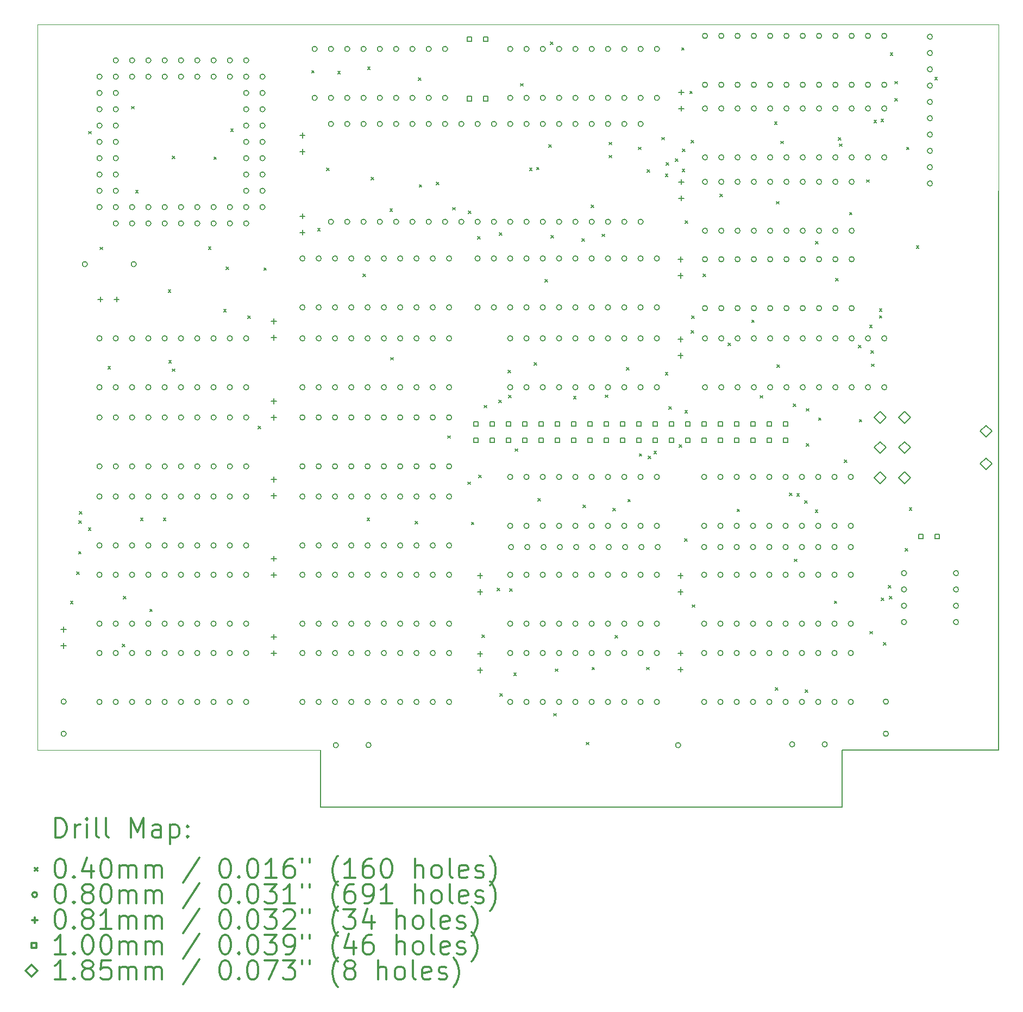
<source format=gbr>
%FSLAX45Y45*%
G04 Gerber Fmt 4.5, Leading zero omitted, Abs format (unit mm)*
G04 Created by KiCad (PCBNEW (5.1.6)-1) date 2022-09-06 14:02:29*
%MOMM*%
%LPD*%
G01*
G04 APERTURE LIST*
%TA.AperFunction,Profile*%
%ADD10C,0.100000*%
%TD*%
%TA.AperFunction,Profile*%
%ADD11C,0.150000*%
%TD*%
%ADD12C,0.200000*%
%ADD13C,0.300000*%
G04 APERTURE END LIST*
D10*
X21755100Y-3581400D02*
X6781800Y-3581400D01*
X6781800Y-14884400D02*
X6781800Y-3581400D01*
X11188700Y-14884400D02*
X6781800Y-14884400D01*
X21755100Y-6172200D02*
X21755100Y-3581400D01*
D11*
X19316700Y-15773400D02*
X11188700Y-15773400D01*
X19316700Y-15773400D02*
X19316700Y-14884400D01*
X19316700Y-14884400D02*
X21755100Y-14884400D01*
X11188700Y-15773400D02*
X11188700Y-14884400D01*
X21755100Y-14884400D02*
X21755100Y-6172200D01*
D12*
X7295200Y-12565700D02*
X7335200Y-12605700D01*
X7335200Y-12565700D02*
X7295200Y-12605700D01*
X7390760Y-12106980D02*
X7430760Y-12146980D01*
X7430760Y-12106980D02*
X7390760Y-12146980D01*
X7422200Y-11791000D02*
X7462200Y-11831000D01*
X7462200Y-11791000D02*
X7422200Y-11831000D01*
X7428360Y-11309990D02*
X7468360Y-11349990D01*
X7468360Y-11309990D02*
X7428360Y-11349990D01*
X7431170Y-11167500D02*
X7471170Y-11207500D01*
X7471170Y-11167500D02*
X7431170Y-11207500D01*
X7574600Y-11422700D02*
X7614600Y-11462700D01*
X7614600Y-11422700D02*
X7574600Y-11462700D01*
X7579320Y-5246160D02*
X7619320Y-5286160D01*
X7619320Y-5246160D02*
X7579320Y-5286160D01*
X7758010Y-7050200D02*
X7798010Y-7090200D01*
X7798010Y-7050200D02*
X7758010Y-7090200D01*
X7879400Y-8908100D02*
X7919400Y-8948100D01*
X7919400Y-8908100D02*
X7879400Y-8948100D01*
X8102580Y-13233060D02*
X8142580Y-13273060D01*
X8142580Y-13233060D02*
X8102580Y-13273060D01*
X8120700Y-12489500D02*
X8160700Y-12529500D01*
X8160700Y-12489500D02*
X8120700Y-12529500D01*
X8247700Y-4856800D02*
X8287700Y-4896800D01*
X8287700Y-4856800D02*
X8247700Y-4896800D01*
X8311200Y-6164900D02*
X8351200Y-6204900D01*
X8351200Y-6164900D02*
X8311200Y-6204900D01*
X8387400Y-11270300D02*
X8427400Y-11310300D01*
X8427400Y-11270300D02*
X8387400Y-11310300D01*
X8529830Y-12689390D02*
X8569830Y-12729390D01*
X8569830Y-12689390D02*
X8529830Y-12729390D01*
X8743000Y-11270300D02*
X8783000Y-11310300D01*
X8783000Y-11270300D02*
X8743000Y-11310300D01*
X8819200Y-7714300D02*
X8859200Y-7754300D01*
X8859200Y-7714300D02*
X8819200Y-7754300D01*
X8827120Y-8816260D02*
X8867120Y-8856260D01*
X8867120Y-8816260D02*
X8827120Y-8856260D01*
X8881890Y-8946880D02*
X8921890Y-8986880D01*
X8921890Y-8946880D02*
X8881890Y-8986880D01*
X8882700Y-5631500D02*
X8922700Y-5671500D01*
X8922700Y-5631500D02*
X8882700Y-5671500D01*
X9444720Y-7042530D02*
X9484720Y-7082530D01*
X9484720Y-7042530D02*
X9444720Y-7082530D01*
X9530400Y-5644200D02*
X9570400Y-5684200D01*
X9570400Y-5644200D02*
X9530400Y-5684200D01*
X9682800Y-8019100D02*
X9722800Y-8059100D01*
X9722800Y-8019100D02*
X9682800Y-8059100D01*
X9720900Y-7358700D02*
X9760900Y-7398700D01*
X9760900Y-7358700D02*
X9720900Y-7398700D01*
X9792110Y-5210770D02*
X9832110Y-5250770D01*
X9832110Y-5210770D02*
X9792110Y-5250770D01*
X10057430Y-8118300D02*
X10097430Y-8158300D01*
X10097430Y-8118300D02*
X10057430Y-8158300D01*
X10220040Y-9837770D02*
X10260040Y-9877770D01*
X10260040Y-9837770D02*
X10220040Y-9877770D01*
X10307270Y-7370810D02*
X10347270Y-7410810D01*
X10347270Y-7370810D02*
X10307270Y-7410810D01*
X11054400Y-4298000D02*
X11094400Y-4338000D01*
X11094400Y-4298000D02*
X11054400Y-4338000D01*
X11146230Y-6758180D02*
X11186230Y-6798180D01*
X11186230Y-6758180D02*
X11146230Y-6798180D01*
X11289360Y-5817409D02*
X11329360Y-5857409D01*
X11329360Y-5817409D02*
X11289360Y-5857409D01*
X11460800Y-4310700D02*
X11500800Y-4350700D01*
X11500800Y-4310700D02*
X11460800Y-4350700D01*
X11850570Y-7466880D02*
X11890570Y-7506880D01*
X11890570Y-7466880D02*
X11850570Y-7506880D01*
X11918000Y-11270300D02*
X11958000Y-11310300D01*
X11958000Y-11270300D02*
X11918000Y-11310300D01*
X11924390Y-4244030D02*
X11964390Y-4284030D01*
X11964390Y-4244030D02*
X11924390Y-4284030D01*
X11980060Y-5962440D02*
X12020060Y-6002440D01*
X12020060Y-5962440D02*
X11980060Y-6002440D01*
X12272790Y-6454750D02*
X12312790Y-6494750D01*
X12312790Y-6454750D02*
X12272790Y-6494750D01*
X12286300Y-8768400D02*
X12326300Y-8808400D01*
X12326300Y-8768400D02*
X12286300Y-8808400D01*
X12667300Y-11321100D02*
X12707300Y-11361100D01*
X12707300Y-11321100D02*
X12667300Y-11361100D01*
X12716340Y-4412800D02*
X12756340Y-4452800D01*
X12756340Y-4412800D02*
X12716340Y-4452800D01*
X12730800Y-6076000D02*
X12770800Y-6116000D01*
X12770800Y-6076000D02*
X12730800Y-6116000D01*
X12995110Y-6037880D02*
X13035110Y-6077880D01*
X13035110Y-6037880D02*
X12995110Y-6077880D01*
X13172860Y-9986950D02*
X13212860Y-10026950D01*
X13212860Y-9986950D02*
X13172860Y-10026950D01*
X13251500Y-6431600D02*
X13291500Y-6471600D01*
X13291500Y-6431600D02*
X13251500Y-6471600D01*
X13490540Y-10706370D02*
X13530540Y-10746370D01*
X13530540Y-10706370D02*
X13490540Y-10746370D01*
X13498380Y-6489350D02*
X13538380Y-6529350D01*
X13538380Y-6489350D02*
X13498380Y-6529350D01*
X13543600Y-11333800D02*
X13583600Y-11373800D01*
X13583600Y-11333800D02*
X13543600Y-11373800D01*
X13638710Y-6882800D02*
X13678710Y-6922800D01*
X13678710Y-6882800D02*
X13638710Y-6922800D01*
X13654800Y-10603610D02*
X13694800Y-10643610D01*
X13694800Y-10603610D02*
X13654800Y-10643610D01*
X13709150Y-13093040D02*
X13749150Y-13133040D01*
X13749150Y-13093040D02*
X13709150Y-13133040D01*
X13739210Y-9512990D02*
X13779210Y-9552990D01*
X13779210Y-9512990D02*
X13739210Y-9552990D01*
X13947260Y-12361320D02*
X13987260Y-12401320D01*
X13987260Y-12361320D02*
X13947260Y-12401320D01*
X13971060Y-9433540D02*
X14011060Y-9473540D01*
X14011060Y-9433540D02*
X13971060Y-9473540D01*
X13981350Y-6826240D02*
X14021350Y-6866240D01*
X14021350Y-6826240D02*
X13981350Y-6866240D01*
X13985860Y-14002570D02*
X14025860Y-14042570D01*
X14025860Y-14002570D02*
X13985860Y-14042570D01*
X14113410Y-8967370D02*
X14153410Y-9007370D01*
X14153410Y-8967370D02*
X14113410Y-9007370D01*
X14123240Y-9356970D02*
X14163240Y-9396970D01*
X14163240Y-9356970D02*
X14123240Y-9396970D01*
X14137910Y-12370900D02*
X14177910Y-12410900D01*
X14177910Y-12370900D02*
X14137910Y-12410900D01*
X14204000Y-13683300D02*
X14244000Y-13723300D01*
X14244000Y-13683300D02*
X14204000Y-13723300D01*
X14222320Y-10190550D02*
X14262320Y-10230550D01*
X14262320Y-10190550D02*
X14222320Y-10230550D01*
X14308970Y-4502330D02*
X14348970Y-4542330D01*
X14348970Y-4502330D02*
X14308970Y-4542330D01*
X14449635Y-5817409D02*
X14489635Y-5857409D01*
X14489635Y-5817409D02*
X14449635Y-5857409D01*
X14523270Y-8849800D02*
X14563270Y-8889800D01*
X14563270Y-8849800D02*
X14523270Y-8889800D01*
X14558850Y-5805440D02*
X14598850Y-5845440D01*
X14598850Y-5805440D02*
X14558850Y-5845440D01*
X14582250Y-10966900D02*
X14622250Y-11006900D01*
X14622250Y-10966900D02*
X14582250Y-11006900D01*
X14690510Y-7553080D02*
X14730510Y-7593080D01*
X14730510Y-7553080D02*
X14690510Y-7593080D01*
X14749570Y-5453490D02*
X14789570Y-5493490D01*
X14789570Y-5453490D02*
X14749570Y-5493490D01*
X14771580Y-3856000D02*
X14811580Y-3896000D01*
X14811580Y-3856000D02*
X14771580Y-3896000D01*
X14785780Y-6865640D02*
X14825780Y-6905640D01*
X14825780Y-6865640D02*
X14785780Y-6905640D01*
X14822820Y-14314650D02*
X14862820Y-14354650D01*
X14862820Y-14314650D02*
X14822820Y-14354650D01*
X14851700Y-13619800D02*
X14891700Y-13659800D01*
X14891700Y-13619800D02*
X14851700Y-13659800D01*
X15133600Y-9375830D02*
X15173600Y-9415830D01*
X15173600Y-9375830D02*
X15133600Y-9415830D01*
X15267370Y-6918620D02*
X15307370Y-6958620D01*
X15307370Y-6918620D02*
X15267370Y-6958620D01*
X15285260Y-11069260D02*
X15325260Y-11109260D01*
X15325260Y-11069260D02*
X15285260Y-11109260D01*
X15334300Y-14762800D02*
X15374300Y-14802800D01*
X15374300Y-14762800D02*
X15334300Y-14802800D01*
X15410500Y-6393500D02*
X15450500Y-6433500D01*
X15450500Y-6393500D02*
X15410500Y-6433500D01*
X15423200Y-13594400D02*
X15463200Y-13634400D01*
X15463200Y-13594400D02*
X15423200Y-13634400D01*
X15580020Y-6845760D02*
X15620020Y-6885760D01*
X15620020Y-6845760D02*
X15580020Y-6885760D01*
X15628390Y-9353310D02*
X15668390Y-9393310D01*
X15668390Y-9353310D02*
X15628390Y-9393310D01*
X15689900Y-5415600D02*
X15729900Y-5455600D01*
X15729900Y-5415600D02*
X15689900Y-5455600D01*
X15691000Y-5618090D02*
X15731000Y-5658090D01*
X15731000Y-5618090D02*
X15691000Y-5658090D01*
X15747760Y-11115270D02*
X15787760Y-11155270D01*
X15787760Y-11115270D02*
X15747760Y-11155270D01*
X15779696Y-13099064D02*
X15819696Y-13139064D01*
X15819696Y-13099064D02*
X15779696Y-13139064D01*
X15962210Y-8926930D02*
X16002210Y-8966930D01*
X16002210Y-8926930D02*
X15962210Y-8966930D01*
X15982000Y-10978200D02*
X16022000Y-11018200D01*
X16022000Y-10978200D02*
X15982000Y-11018200D01*
X16147100Y-5491800D02*
X16187100Y-5531800D01*
X16187100Y-5491800D02*
X16147100Y-5531800D01*
X16159800Y-10267000D02*
X16199800Y-10307000D01*
X16199800Y-10267000D02*
X16159800Y-10307000D01*
X16274100Y-13594400D02*
X16314100Y-13634400D01*
X16314100Y-13594400D02*
X16274100Y-13634400D01*
X16283740Y-5840670D02*
X16323740Y-5880670D01*
X16323740Y-5840670D02*
X16283740Y-5880670D01*
X16299500Y-10305100D02*
X16339500Y-10345100D01*
X16339500Y-10305100D02*
X16299500Y-10345100D01*
X16388400Y-10228900D02*
X16428400Y-10268900D01*
X16428400Y-10228900D02*
X16388400Y-10268900D01*
X16510080Y-5340230D02*
X16550080Y-5380230D01*
X16550080Y-5340230D02*
X16510080Y-5380230D01*
X16566080Y-5913190D02*
X16606080Y-5953190D01*
X16606080Y-5913190D02*
X16566080Y-5953190D01*
X16566080Y-9000630D02*
X16606080Y-9040630D01*
X16606080Y-9000630D02*
X16566080Y-9040630D01*
X16575890Y-5730080D02*
X16615890Y-5770080D01*
X16615890Y-5730080D02*
X16575890Y-5770080D01*
X16617730Y-9532320D02*
X16657730Y-9572320D01*
X16657730Y-9532320D02*
X16617730Y-9572320D01*
X16720960Y-5675650D02*
X16760960Y-5715650D01*
X16760960Y-5675650D02*
X16720960Y-5715650D01*
X16778840Y-10128020D02*
X16818840Y-10168020D01*
X16818840Y-10128020D02*
X16778840Y-10168020D01*
X16820200Y-3942400D02*
X16860200Y-3982400D01*
X16860200Y-3942400D02*
X16820200Y-3982400D01*
X16827930Y-5837550D02*
X16867930Y-5877550D01*
X16867930Y-5837550D02*
X16827930Y-5877550D01*
X16833800Y-5519640D02*
X16873800Y-5559640D01*
X16873800Y-5519640D02*
X16833800Y-5559640D01*
X16863320Y-11589570D02*
X16903320Y-11629570D01*
X16903320Y-11589570D02*
X16863320Y-11629570D01*
X16869040Y-9591050D02*
X16909040Y-9631050D01*
X16909040Y-9591050D02*
X16869040Y-9631050D01*
X16873566Y-6637414D02*
X16913566Y-6677414D01*
X16913566Y-6637414D02*
X16873566Y-6677414D01*
X16946650Y-4620700D02*
X16986650Y-4660700D01*
X16986650Y-4620700D02*
X16946650Y-4660700D01*
X16966490Y-8348330D02*
X17006490Y-8388330D01*
X17006490Y-8348330D02*
X16966490Y-8388330D01*
X16968400Y-5385390D02*
X17008400Y-5425390D01*
X17008400Y-5385390D02*
X16968400Y-5425390D01*
X16977430Y-8120270D02*
X17017430Y-8160270D01*
X17017430Y-8120270D02*
X16977430Y-8160270D01*
X16981300Y-12620020D02*
X17021300Y-12660020D01*
X17021300Y-12620020D02*
X16981300Y-12660020D01*
X17151440Y-7468780D02*
X17191440Y-7508780D01*
X17191440Y-7468780D02*
X17151440Y-7508780D01*
X17417100Y-6223960D02*
X17457100Y-6263960D01*
X17457100Y-6223960D02*
X17417100Y-6263960D01*
X17542990Y-8546980D02*
X17582990Y-8586980D01*
X17582990Y-8546980D02*
X17542990Y-8586980D01*
X17683800Y-11130600D02*
X17723800Y-11170600D01*
X17723800Y-11130600D02*
X17683800Y-11170600D01*
X17912400Y-8184200D02*
X17952400Y-8224200D01*
X17952400Y-8184200D02*
X17912400Y-8224200D01*
X18040610Y-9360950D02*
X18080610Y-9400950D01*
X18080610Y-9360950D02*
X18040610Y-9400950D01*
X18268000Y-5100190D02*
X18308000Y-5140190D01*
X18308000Y-5100190D02*
X18268000Y-5140190D01*
X18280210Y-13914400D02*
X18320210Y-13954400D01*
X18320210Y-13914400D02*
X18280210Y-13954400D01*
X18296840Y-6338340D02*
X18336840Y-6378340D01*
X18336840Y-6338340D02*
X18296840Y-6378340D01*
X18302740Y-8884390D02*
X18342740Y-8924390D01*
X18342740Y-8884390D02*
X18302740Y-8924390D01*
X18366040Y-5398560D02*
X18406040Y-5438560D01*
X18406040Y-5398560D02*
X18366040Y-5438560D01*
X18498820Y-10878410D02*
X18538820Y-10918410D01*
X18538820Y-10878410D02*
X18498820Y-10918410D01*
X18560100Y-9491050D02*
X18600100Y-9531050D01*
X18600100Y-9491050D02*
X18560100Y-9531050D01*
X18577666Y-11909734D02*
X18617666Y-11949734D01*
X18617666Y-11909734D02*
X18577666Y-11949734D01*
X18614490Y-10888110D02*
X18654490Y-10928110D01*
X18654490Y-10888110D02*
X18614490Y-10928110D01*
X18735100Y-10996470D02*
X18775100Y-11036470D01*
X18775100Y-10996470D02*
X18735100Y-11036470D01*
X18747270Y-13947980D02*
X18787270Y-13987980D01*
X18787270Y-13947980D02*
X18747270Y-13987980D01*
X18763170Y-10107680D02*
X18803170Y-10147680D01*
X18803170Y-10107680D02*
X18763170Y-10147680D01*
X18763830Y-9563580D02*
X18803830Y-9603580D01*
X18803830Y-9563580D02*
X18763830Y-9603580D01*
X18903000Y-11143300D02*
X18943000Y-11183300D01*
X18943000Y-11143300D02*
X18903000Y-11183300D01*
X18905040Y-6962960D02*
X18945040Y-7002960D01*
X18945040Y-6962960D02*
X18905040Y-7002960D01*
X18953800Y-9708200D02*
X18993800Y-9748200D01*
X18993800Y-9708200D02*
X18953800Y-9748200D01*
X19199080Y-12560890D02*
X19239080Y-12600890D01*
X19239080Y-12560890D02*
X19199080Y-12600890D01*
X19220500Y-7536500D02*
X19260500Y-7576500D01*
X19260500Y-7536500D02*
X19220500Y-7576500D01*
X19258980Y-5340900D02*
X19298980Y-5380900D01*
X19298980Y-5340900D02*
X19258980Y-5380900D01*
X19280350Y-5440940D02*
X19320350Y-5480940D01*
X19320350Y-5440940D02*
X19280350Y-5480940D01*
X19353810Y-10367270D02*
X19393810Y-10407270D01*
X19393810Y-10367270D02*
X19353810Y-10407270D01*
X19436400Y-6507800D02*
X19476400Y-6547800D01*
X19476400Y-6507800D02*
X19436400Y-6547800D01*
X19576100Y-8575220D02*
X19616100Y-8615220D01*
X19616100Y-8575220D02*
X19576100Y-8615220D01*
X19588800Y-9733600D02*
X19628800Y-9773600D01*
X19628800Y-9733600D02*
X19588800Y-9773600D01*
X19703100Y-5999800D02*
X19743100Y-6039800D01*
X19743100Y-5999800D02*
X19703100Y-6039800D01*
X19749320Y-8265730D02*
X19789320Y-8305730D01*
X19789320Y-8265730D02*
X19749320Y-8305730D01*
X19752890Y-13036150D02*
X19792890Y-13076150D01*
X19792890Y-13036150D02*
X19752890Y-13076150D01*
X19772059Y-8659680D02*
X19812059Y-8699680D01*
X19812059Y-8659680D02*
X19772059Y-8699680D01*
X19777830Y-8870670D02*
X19817830Y-8910670D01*
X19817830Y-8870670D02*
X19777830Y-8910670D01*
X19816250Y-5072930D02*
X19856250Y-5112930D01*
X19856250Y-5072930D02*
X19816250Y-5112930D01*
X19900020Y-8117160D02*
X19940020Y-8157160D01*
X19940020Y-8117160D02*
X19900020Y-8157160D01*
X19901040Y-8013560D02*
X19941040Y-8053560D01*
X19941040Y-8013560D02*
X19901040Y-8053560D01*
X19925960Y-5056900D02*
X19965960Y-5096900D01*
X19965960Y-5056900D02*
X19925960Y-5096900D01*
X19931190Y-12511980D02*
X19971190Y-12551980D01*
X19971190Y-12511980D02*
X19931190Y-12551980D01*
X19964140Y-13210550D02*
X20004140Y-13250550D01*
X20004140Y-13210550D02*
X19964140Y-13250550D01*
X20038900Y-12319270D02*
X20078900Y-12359270D01*
X20078900Y-12319270D02*
X20038900Y-12359270D01*
X20058150Y-12486460D02*
X20098150Y-12526460D01*
X20098150Y-12486460D02*
X20058150Y-12526460D01*
X20069640Y-4024840D02*
X20109640Y-4064840D01*
X20109640Y-4024840D02*
X20069640Y-4064840D01*
X20143000Y-4466770D02*
X20183000Y-4506770D01*
X20183000Y-4466770D02*
X20143000Y-4506770D01*
X20143360Y-4735310D02*
X20183360Y-4775310D01*
X20183360Y-4735310D02*
X20143360Y-4775310D01*
X20302410Y-11745950D02*
X20342410Y-11785950D01*
X20342410Y-11745950D02*
X20302410Y-11785950D01*
X20325400Y-5491800D02*
X20365400Y-5531800D01*
X20365400Y-5491800D02*
X20325400Y-5531800D01*
X20366940Y-11110380D02*
X20406940Y-11150380D01*
X20406940Y-11110380D02*
X20366940Y-11150380D01*
X20477800Y-7028500D02*
X20517800Y-7068500D01*
X20517800Y-7028500D02*
X20477800Y-7068500D01*
X20765400Y-4404190D02*
X20805400Y-4444190D01*
X20805400Y-4404190D02*
X20765400Y-4444190D01*
X11470000Y-14808200D02*
G75*
G03*
X11470000Y-14808200I-40000J0D01*
G01*
X11979268Y-14806953D02*
G75*
G03*
X11979268Y-14806953I-40000J0D01*
G01*
X16804000Y-14808200D02*
G75*
G03*
X16804000Y-14808200I-40000J0D01*
G01*
X18582000Y-14795500D02*
G75*
G03*
X18582000Y-14795500I-40000J0D01*
G01*
X19090000Y-14795500D02*
G75*
G03*
X19090000Y-14795500I-40000J0D01*
G01*
X14200500Y-11722100D02*
G75*
G03*
X14200500Y-11722100I-40000J0D01*
G01*
X14454500Y-11722100D02*
G75*
G03*
X14454500Y-11722100I-40000J0D01*
G01*
X14708500Y-11722100D02*
G75*
G03*
X14708500Y-11722100I-40000J0D01*
G01*
X14962500Y-11722100D02*
G75*
G03*
X14962500Y-11722100I-40000J0D01*
G01*
X15216500Y-11722100D02*
G75*
G03*
X15216500Y-11722100I-40000J0D01*
G01*
X15470500Y-11722100D02*
G75*
G03*
X15470500Y-11722100I-40000J0D01*
G01*
X15724500Y-11722100D02*
G75*
G03*
X15724500Y-11722100I-40000J0D01*
G01*
X15978500Y-11722100D02*
G75*
G03*
X15978500Y-11722100I-40000J0D01*
G01*
X16232500Y-11722100D02*
G75*
G03*
X16232500Y-11722100I-40000J0D01*
G01*
X16486500Y-11722100D02*
G75*
G03*
X16486500Y-11722100I-40000J0D01*
G01*
X17223100Y-7239000D02*
G75*
G03*
X17223100Y-7239000I-40000J0D01*
G01*
X17223100Y-8001000D02*
G75*
G03*
X17223100Y-8001000I-40000J0D01*
G01*
X17477100Y-7239000D02*
G75*
G03*
X17477100Y-7239000I-40000J0D01*
G01*
X17477100Y-8001000D02*
G75*
G03*
X17477100Y-8001000I-40000J0D01*
G01*
X17731100Y-7239000D02*
G75*
G03*
X17731100Y-7239000I-40000J0D01*
G01*
X17731100Y-8001000D02*
G75*
G03*
X17731100Y-8001000I-40000J0D01*
G01*
X17985100Y-7239000D02*
G75*
G03*
X17985100Y-7239000I-40000J0D01*
G01*
X17985100Y-8001000D02*
G75*
G03*
X17985100Y-8001000I-40000J0D01*
G01*
X18239100Y-7239000D02*
G75*
G03*
X18239100Y-7239000I-40000J0D01*
G01*
X18239100Y-8001000D02*
G75*
G03*
X18239100Y-8001000I-40000J0D01*
G01*
X18493100Y-7239000D02*
G75*
G03*
X18493100Y-7239000I-40000J0D01*
G01*
X18493100Y-8001000D02*
G75*
G03*
X18493100Y-8001000I-40000J0D01*
G01*
X18747100Y-7239000D02*
G75*
G03*
X18747100Y-7239000I-40000J0D01*
G01*
X18747100Y-8001000D02*
G75*
G03*
X18747100Y-8001000I-40000J0D01*
G01*
X19001100Y-7239000D02*
G75*
G03*
X19001100Y-7239000I-40000J0D01*
G01*
X19001100Y-8001000D02*
G75*
G03*
X19001100Y-8001000I-40000J0D01*
G01*
X19255100Y-7239000D02*
G75*
G03*
X19255100Y-7239000I-40000J0D01*
G01*
X19255100Y-8001000D02*
G75*
G03*
X19255100Y-8001000I-40000J0D01*
G01*
X19509100Y-7239000D02*
G75*
G03*
X19509100Y-7239000I-40000J0D01*
G01*
X19509100Y-8001000D02*
G75*
G03*
X19509100Y-8001000I-40000J0D01*
G01*
X17223100Y-3759200D02*
G75*
G03*
X17223100Y-3759200I-40000J0D01*
G01*
X17223100Y-4521200D02*
G75*
G03*
X17223100Y-4521200I-40000J0D01*
G01*
X17477100Y-3759200D02*
G75*
G03*
X17477100Y-3759200I-40000J0D01*
G01*
X17477100Y-4521200D02*
G75*
G03*
X17477100Y-4521200I-40000J0D01*
G01*
X17731100Y-3759200D02*
G75*
G03*
X17731100Y-3759200I-40000J0D01*
G01*
X17731100Y-4521200D02*
G75*
G03*
X17731100Y-4521200I-40000J0D01*
G01*
X17985100Y-3759200D02*
G75*
G03*
X17985100Y-3759200I-40000J0D01*
G01*
X17985100Y-4521200D02*
G75*
G03*
X17985100Y-4521200I-40000J0D01*
G01*
X18239100Y-3759200D02*
G75*
G03*
X18239100Y-3759200I-40000J0D01*
G01*
X18239100Y-4521200D02*
G75*
G03*
X18239100Y-4521200I-40000J0D01*
G01*
X18493100Y-3759200D02*
G75*
G03*
X18493100Y-3759200I-40000J0D01*
G01*
X18493100Y-4521200D02*
G75*
G03*
X18493100Y-4521200I-40000J0D01*
G01*
X18747100Y-3759200D02*
G75*
G03*
X18747100Y-3759200I-40000J0D01*
G01*
X18747100Y-4521200D02*
G75*
G03*
X18747100Y-4521200I-40000J0D01*
G01*
X19001100Y-3759200D02*
G75*
G03*
X19001100Y-3759200I-40000J0D01*
G01*
X19001100Y-4521200D02*
G75*
G03*
X19001100Y-4521200I-40000J0D01*
G01*
X19255100Y-3759200D02*
G75*
G03*
X19255100Y-3759200I-40000J0D01*
G01*
X19255100Y-4521200D02*
G75*
G03*
X19255100Y-4521200I-40000J0D01*
G01*
X19509100Y-3759200D02*
G75*
G03*
X19509100Y-3759200I-40000J0D01*
G01*
X19509100Y-4521200D02*
G75*
G03*
X19509100Y-4521200I-40000J0D01*
G01*
X19763100Y-3759200D02*
G75*
G03*
X19763100Y-3759200I-40000J0D01*
G01*
X19763100Y-4521200D02*
G75*
G03*
X19763100Y-4521200I-40000J0D01*
G01*
X20017100Y-3759200D02*
G75*
G03*
X20017100Y-3759200I-40000J0D01*
G01*
X20017100Y-4521200D02*
G75*
G03*
X20017100Y-4521200I-40000J0D01*
G01*
X7787000Y-10934700D02*
G75*
G03*
X7787000Y-10934700I-40000J0D01*
G01*
X7787000Y-11696700D02*
G75*
G03*
X7787000Y-11696700I-40000J0D01*
G01*
X8041000Y-10934700D02*
G75*
G03*
X8041000Y-10934700I-40000J0D01*
G01*
X8041000Y-11696700D02*
G75*
G03*
X8041000Y-11696700I-40000J0D01*
G01*
X8295000Y-10934700D02*
G75*
G03*
X8295000Y-10934700I-40000J0D01*
G01*
X8295000Y-11696700D02*
G75*
G03*
X8295000Y-11696700I-40000J0D01*
G01*
X8549000Y-10934700D02*
G75*
G03*
X8549000Y-10934700I-40000J0D01*
G01*
X8549000Y-11696700D02*
G75*
G03*
X8549000Y-11696700I-40000J0D01*
G01*
X8803000Y-10934700D02*
G75*
G03*
X8803000Y-10934700I-40000J0D01*
G01*
X8803000Y-11696700D02*
G75*
G03*
X8803000Y-11696700I-40000J0D01*
G01*
X9057000Y-10934700D02*
G75*
G03*
X9057000Y-10934700I-40000J0D01*
G01*
X9057000Y-11696700D02*
G75*
G03*
X9057000Y-11696700I-40000J0D01*
G01*
X9311000Y-10934700D02*
G75*
G03*
X9311000Y-10934700I-40000J0D01*
G01*
X9311000Y-11696700D02*
G75*
G03*
X9311000Y-11696700I-40000J0D01*
G01*
X9565000Y-10934700D02*
G75*
G03*
X9565000Y-10934700I-40000J0D01*
G01*
X9565000Y-11696700D02*
G75*
G03*
X9565000Y-11696700I-40000J0D01*
G01*
X9819000Y-10934700D02*
G75*
G03*
X9819000Y-10934700I-40000J0D01*
G01*
X9819000Y-11696700D02*
G75*
G03*
X9819000Y-11696700I-40000J0D01*
G01*
X10073000Y-10934700D02*
G75*
G03*
X10073000Y-10934700I-40000J0D01*
G01*
X10073000Y-11696700D02*
G75*
G03*
X10073000Y-11696700I-40000J0D01*
G01*
X7787000Y-12153900D02*
G75*
G03*
X7787000Y-12153900I-40000J0D01*
G01*
X7787000Y-12915900D02*
G75*
G03*
X7787000Y-12915900I-40000J0D01*
G01*
X8041000Y-12153900D02*
G75*
G03*
X8041000Y-12153900I-40000J0D01*
G01*
X8041000Y-12915900D02*
G75*
G03*
X8041000Y-12915900I-40000J0D01*
G01*
X8295000Y-12153900D02*
G75*
G03*
X8295000Y-12153900I-40000J0D01*
G01*
X8295000Y-12915900D02*
G75*
G03*
X8295000Y-12915900I-40000J0D01*
G01*
X8549000Y-12153900D02*
G75*
G03*
X8549000Y-12153900I-40000J0D01*
G01*
X8549000Y-12915900D02*
G75*
G03*
X8549000Y-12915900I-40000J0D01*
G01*
X8803000Y-12153900D02*
G75*
G03*
X8803000Y-12153900I-40000J0D01*
G01*
X8803000Y-12915900D02*
G75*
G03*
X8803000Y-12915900I-40000J0D01*
G01*
X9057000Y-12153900D02*
G75*
G03*
X9057000Y-12153900I-40000J0D01*
G01*
X9057000Y-12915900D02*
G75*
G03*
X9057000Y-12915900I-40000J0D01*
G01*
X9311000Y-12153900D02*
G75*
G03*
X9311000Y-12153900I-40000J0D01*
G01*
X9311000Y-12915900D02*
G75*
G03*
X9311000Y-12915900I-40000J0D01*
G01*
X9565000Y-12153900D02*
G75*
G03*
X9565000Y-12153900I-40000J0D01*
G01*
X9565000Y-12915900D02*
G75*
G03*
X9565000Y-12915900I-40000J0D01*
G01*
X9819000Y-12153900D02*
G75*
G03*
X9819000Y-12153900I-40000J0D01*
G01*
X9819000Y-12915900D02*
G75*
G03*
X9819000Y-12915900I-40000J0D01*
G01*
X10073000Y-12153900D02*
G75*
G03*
X10073000Y-12153900I-40000J0D01*
G01*
X10073000Y-12915900D02*
G75*
G03*
X10073000Y-12915900I-40000J0D01*
G01*
X7787000Y-8470900D02*
G75*
G03*
X7787000Y-8470900I-40000J0D01*
G01*
X7787000Y-9232900D02*
G75*
G03*
X7787000Y-9232900I-40000J0D01*
G01*
X8041000Y-8470900D02*
G75*
G03*
X8041000Y-8470900I-40000J0D01*
G01*
X8041000Y-9232900D02*
G75*
G03*
X8041000Y-9232900I-40000J0D01*
G01*
X8295000Y-8470900D02*
G75*
G03*
X8295000Y-8470900I-40000J0D01*
G01*
X8295000Y-9232900D02*
G75*
G03*
X8295000Y-9232900I-40000J0D01*
G01*
X8549000Y-8470900D02*
G75*
G03*
X8549000Y-8470900I-40000J0D01*
G01*
X8549000Y-9232900D02*
G75*
G03*
X8549000Y-9232900I-40000J0D01*
G01*
X8803000Y-8470900D02*
G75*
G03*
X8803000Y-8470900I-40000J0D01*
G01*
X8803000Y-9232900D02*
G75*
G03*
X8803000Y-9232900I-40000J0D01*
G01*
X9057000Y-8470900D02*
G75*
G03*
X9057000Y-8470900I-40000J0D01*
G01*
X9057000Y-9232900D02*
G75*
G03*
X9057000Y-9232900I-40000J0D01*
G01*
X9311000Y-8470900D02*
G75*
G03*
X9311000Y-8470900I-40000J0D01*
G01*
X9311000Y-9232900D02*
G75*
G03*
X9311000Y-9232900I-40000J0D01*
G01*
X9565000Y-8470900D02*
G75*
G03*
X9565000Y-8470900I-40000J0D01*
G01*
X9565000Y-9232900D02*
G75*
G03*
X9565000Y-9232900I-40000J0D01*
G01*
X9819000Y-8470900D02*
G75*
G03*
X9819000Y-8470900I-40000J0D01*
G01*
X9819000Y-9232900D02*
G75*
G03*
X9819000Y-9232900I-40000J0D01*
G01*
X10073000Y-8470900D02*
G75*
G03*
X10073000Y-8470900I-40000J0D01*
G01*
X10073000Y-9232900D02*
G75*
G03*
X10073000Y-9232900I-40000J0D01*
G01*
X14187800Y-12153900D02*
G75*
G03*
X14187800Y-12153900I-40000J0D01*
G01*
X14187800Y-12915900D02*
G75*
G03*
X14187800Y-12915900I-40000J0D01*
G01*
X14441800Y-12153900D02*
G75*
G03*
X14441800Y-12153900I-40000J0D01*
G01*
X14441800Y-12915900D02*
G75*
G03*
X14441800Y-12915900I-40000J0D01*
G01*
X14695800Y-12153900D02*
G75*
G03*
X14695800Y-12153900I-40000J0D01*
G01*
X14695800Y-12915900D02*
G75*
G03*
X14695800Y-12915900I-40000J0D01*
G01*
X14949800Y-12153900D02*
G75*
G03*
X14949800Y-12153900I-40000J0D01*
G01*
X14949800Y-12915900D02*
G75*
G03*
X14949800Y-12915900I-40000J0D01*
G01*
X15203800Y-12153900D02*
G75*
G03*
X15203800Y-12153900I-40000J0D01*
G01*
X15203800Y-12915900D02*
G75*
G03*
X15203800Y-12915900I-40000J0D01*
G01*
X15457800Y-12153900D02*
G75*
G03*
X15457800Y-12153900I-40000J0D01*
G01*
X15457800Y-12915900D02*
G75*
G03*
X15457800Y-12915900I-40000J0D01*
G01*
X15711800Y-12153900D02*
G75*
G03*
X15711800Y-12153900I-40000J0D01*
G01*
X15711800Y-12915900D02*
G75*
G03*
X15711800Y-12915900I-40000J0D01*
G01*
X15965800Y-12153900D02*
G75*
G03*
X15965800Y-12153900I-40000J0D01*
G01*
X15965800Y-12915900D02*
G75*
G03*
X15965800Y-12915900I-40000J0D01*
G01*
X16219800Y-12153900D02*
G75*
G03*
X16219800Y-12153900I-40000J0D01*
G01*
X16219800Y-12915900D02*
G75*
G03*
X16219800Y-12915900I-40000J0D01*
G01*
X16473800Y-12153900D02*
G75*
G03*
X16473800Y-12153900I-40000J0D01*
G01*
X16473800Y-12915900D02*
G75*
G03*
X16473800Y-12915900I-40000J0D01*
G01*
X10949300Y-10934700D02*
G75*
G03*
X10949300Y-10934700I-40000J0D01*
G01*
X10949300Y-11696700D02*
G75*
G03*
X10949300Y-11696700I-40000J0D01*
G01*
X11203300Y-10934700D02*
G75*
G03*
X11203300Y-10934700I-40000J0D01*
G01*
X11203300Y-11696700D02*
G75*
G03*
X11203300Y-11696700I-40000J0D01*
G01*
X11457300Y-10934700D02*
G75*
G03*
X11457300Y-10934700I-40000J0D01*
G01*
X11457300Y-11696700D02*
G75*
G03*
X11457300Y-11696700I-40000J0D01*
G01*
X11711300Y-10934700D02*
G75*
G03*
X11711300Y-10934700I-40000J0D01*
G01*
X11711300Y-11696700D02*
G75*
G03*
X11711300Y-11696700I-40000J0D01*
G01*
X11965300Y-10934700D02*
G75*
G03*
X11965300Y-10934700I-40000J0D01*
G01*
X11965300Y-11696700D02*
G75*
G03*
X11965300Y-11696700I-40000J0D01*
G01*
X12219300Y-10934700D02*
G75*
G03*
X12219300Y-10934700I-40000J0D01*
G01*
X12219300Y-11696700D02*
G75*
G03*
X12219300Y-11696700I-40000J0D01*
G01*
X12473300Y-10934700D02*
G75*
G03*
X12473300Y-10934700I-40000J0D01*
G01*
X12473300Y-11696700D02*
G75*
G03*
X12473300Y-11696700I-40000J0D01*
G01*
X12727300Y-10934700D02*
G75*
G03*
X12727300Y-10934700I-40000J0D01*
G01*
X12727300Y-11696700D02*
G75*
G03*
X12727300Y-11696700I-40000J0D01*
G01*
X12981300Y-10934700D02*
G75*
G03*
X12981300Y-10934700I-40000J0D01*
G01*
X12981300Y-11696700D02*
G75*
G03*
X12981300Y-11696700I-40000J0D01*
G01*
X13235300Y-10934700D02*
G75*
G03*
X13235300Y-10934700I-40000J0D01*
G01*
X13235300Y-11696700D02*
G75*
G03*
X13235300Y-11696700I-40000J0D01*
G01*
X17210400Y-10629900D02*
G75*
G03*
X17210400Y-10629900I-40000J0D01*
G01*
X17210400Y-11391900D02*
G75*
G03*
X17210400Y-11391900I-40000J0D01*
G01*
X17464400Y-10629900D02*
G75*
G03*
X17464400Y-10629900I-40000J0D01*
G01*
X17464400Y-11391900D02*
G75*
G03*
X17464400Y-11391900I-40000J0D01*
G01*
X17718400Y-10629900D02*
G75*
G03*
X17718400Y-10629900I-40000J0D01*
G01*
X17718400Y-11391900D02*
G75*
G03*
X17718400Y-11391900I-40000J0D01*
G01*
X17972400Y-10629900D02*
G75*
G03*
X17972400Y-10629900I-40000J0D01*
G01*
X17972400Y-11391900D02*
G75*
G03*
X17972400Y-11391900I-40000J0D01*
G01*
X18226400Y-10629900D02*
G75*
G03*
X18226400Y-10629900I-40000J0D01*
G01*
X18226400Y-11391900D02*
G75*
G03*
X18226400Y-11391900I-40000J0D01*
G01*
X18480400Y-10629900D02*
G75*
G03*
X18480400Y-10629900I-40000J0D01*
G01*
X18480400Y-11391900D02*
G75*
G03*
X18480400Y-11391900I-40000J0D01*
G01*
X18734400Y-10629900D02*
G75*
G03*
X18734400Y-10629900I-40000J0D01*
G01*
X18734400Y-11391900D02*
G75*
G03*
X18734400Y-11391900I-40000J0D01*
G01*
X18988400Y-10629900D02*
G75*
G03*
X18988400Y-10629900I-40000J0D01*
G01*
X18988400Y-11391900D02*
G75*
G03*
X18988400Y-11391900I-40000J0D01*
G01*
X19242400Y-10629900D02*
G75*
G03*
X19242400Y-10629900I-40000J0D01*
G01*
X19242400Y-11391900D02*
G75*
G03*
X19242400Y-11391900I-40000J0D01*
G01*
X19496400Y-10629900D02*
G75*
G03*
X19496400Y-10629900I-40000J0D01*
G01*
X19496400Y-11391900D02*
G75*
G03*
X19496400Y-11391900I-40000J0D01*
G01*
X10949300Y-9702800D02*
G75*
G03*
X10949300Y-9702800I-40000J0D01*
G01*
X10949300Y-10464800D02*
G75*
G03*
X10949300Y-10464800I-40000J0D01*
G01*
X11203300Y-9702800D02*
G75*
G03*
X11203300Y-9702800I-40000J0D01*
G01*
X11203300Y-10464800D02*
G75*
G03*
X11203300Y-10464800I-40000J0D01*
G01*
X11457300Y-9702800D02*
G75*
G03*
X11457300Y-9702800I-40000J0D01*
G01*
X11457300Y-10464800D02*
G75*
G03*
X11457300Y-10464800I-40000J0D01*
G01*
X11711300Y-9702800D02*
G75*
G03*
X11711300Y-9702800I-40000J0D01*
G01*
X11711300Y-10464800D02*
G75*
G03*
X11711300Y-10464800I-40000J0D01*
G01*
X11965300Y-9702800D02*
G75*
G03*
X11965300Y-9702800I-40000J0D01*
G01*
X11965300Y-10464800D02*
G75*
G03*
X11965300Y-10464800I-40000J0D01*
G01*
X12219300Y-9702800D02*
G75*
G03*
X12219300Y-9702800I-40000J0D01*
G01*
X12219300Y-10464800D02*
G75*
G03*
X12219300Y-10464800I-40000J0D01*
G01*
X12473300Y-9702800D02*
G75*
G03*
X12473300Y-9702800I-40000J0D01*
G01*
X12473300Y-10464800D02*
G75*
G03*
X12473300Y-10464800I-40000J0D01*
G01*
X12727300Y-9702800D02*
G75*
G03*
X12727300Y-9702800I-40000J0D01*
G01*
X12727300Y-10464800D02*
G75*
G03*
X12727300Y-10464800I-40000J0D01*
G01*
X12981300Y-9702800D02*
G75*
G03*
X12981300Y-9702800I-40000J0D01*
G01*
X12981300Y-10464800D02*
G75*
G03*
X12981300Y-10464800I-40000J0D01*
G01*
X13235300Y-9702800D02*
G75*
G03*
X13235300Y-9702800I-40000J0D01*
G01*
X13235300Y-10464800D02*
G75*
G03*
X13235300Y-10464800I-40000J0D01*
G01*
X7787000Y-4394200D02*
G75*
G03*
X7787000Y-4394200I-40000J0D01*
G01*
X7787000Y-4648200D02*
G75*
G03*
X7787000Y-4648200I-40000J0D01*
G01*
X7787000Y-4902200D02*
G75*
G03*
X7787000Y-4902200I-40000J0D01*
G01*
X7787000Y-5156200D02*
G75*
G03*
X7787000Y-5156200I-40000J0D01*
G01*
X7787000Y-5410200D02*
G75*
G03*
X7787000Y-5410200I-40000J0D01*
G01*
X7787000Y-5664200D02*
G75*
G03*
X7787000Y-5664200I-40000J0D01*
G01*
X7787000Y-5918200D02*
G75*
G03*
X7787000Y-5918200I-40000J0D01*
G01*
X7787000Y-6172200D02*
G75*
G03*
X7787000Y-6172200I-40000J0D01*
G01*
X7787000Y-6426200D02*
G75*
G03*
X7787000Y-6426200I-40000J0D01*
G01*
X8041000Y-4140200D02*
G75*
G03*
X8041000Y-4140200I-40000J0D01*
G01*
X8041000Y-4394200D02*
G75*
G03*
X8041000Y-4394200I-40000J0D01*
G01*
X8041000Y-4648200D02*
G75*
G03*
X8041000Y-4648200I-40000J0D01*
G01*
X8041000Y-4902200D02*
G75*
G03*
X8041000Y-4902200I-40000J0D01*
G01*
X8041000Y-5156200D02*
G75*
G03*
X8041000Y-5156200I-40000J0D01*
G01*
X8041000Y-5410200D02*
G75*
G03*
X8041000Y-5410200I-40000J0D01*
G01*
X8041000Y-5664200D02*
G75*
G03*
X8041000Y-5664200I-40000J0D01*
G01*
X8041000Y-5918200D02*
G75*
G03*
X8041000Y-5918200I-40000J0D01*
G01*
X8041000Y-6172200D02*
G75*
G03*
X8041000Y-6172200I-40000J0D01*
G01*
X8041000Y-6426200D02*
G75*
G03*
X8041000Y-6426200I-40000J0D01*
G01*
X8041000Y-6680200D02*
G75*
G03*
X8041000Y-6680200I-40000J0D01*
G01*
X8295000Y-4140200D02*
G75*
G03*
X8295000Y-4140200I-40000J0D01*
G01*
X8295000Y-4394200D02*
G75*
G03*
X8295000Y-4394200I-40000J0D01*
G01*
X8295000Y-6426200D02*
G75*
G03*
X8295000Y-6426200I-40000J0D01*
G01*
X8295000Y-6680200D02*
G75*
G03*
X8295000Y-6680200I-40000J0D01*
G01*
X8549000Y-4140200D02*
G75*
G03*
X8549000Y-4140200I-40000J0D01*
G01*
X8549000Y-4394200D02*
G75*
G03*
X8549000Y-4394200I-40000J0D01*
G01*
X8549000Y-6426200D02*
G75*
G03*
X8549000Y-6426200I-40000J0D01*
G01*
X8549000Y-6680200D02*
G75*
G03*
X8549000Y-6680200I-40000J0D01*
G01*
X8803000Y-4140200D02*
G75*
G03*
X8803000Y-4140200I-40000J0D01*
G01*
X8803000Y-4394200D02*
G75*
G03*
X8803000Y-4394200I-40000J0D01*
G01*
X8803000Y-6426200D02*
G75*
G03*
X8803000Y-6426200I-40000J0D01*
G01*
X8803000Y-6680200D02*
G75*
G03*
X8803000Y-6680200I-40000J0D01*
G01*
X9057000Y-4140200D02*
G75*
G03*
X9057000Y-4140200I-40000J0D01*
G01*
X9057000Y-4394200D02*
G75*
G03*
X9057000Y-4394200I-40000J0D01*
G01*
X9057000Y-6426200D02*
G75*
G03*
X9057000Y-6426200I-40000J0D01*
G01*
X9057000Y-6680200D02*
G75*
G03*
X9057000Y-6680200I-40000J0D01*
G01*
X9311000Y-4140200D02*
G75*
G03*
X9311000Y-4140200I-40000J0D01*
G01*
X9311000Y-4394200D02*
G75*
G03*
X9311000Y-4394200I-40000J0D01*
G01*
X9311000Y-6426200D02*
G75*
G03*
X9311000Y-6426200I-40000J0D01*
G01*
X9311000Y-6680200D02*
G75*
G03*
X9311000Y-6680200I-40000J0D01*
G01*
X9565000Y-4140200D02*
G75*
G03*
X9565000Y-4140200I-40000J0D01*
G01*
X9565000Y-4394200D02*
G75*
G03*
X9565000Y-4394200I-40000J0D01*
G01*
X9565000Y-6426200D02*
G75*
G03*
X9565000Y-6426200I-40000J0D01*
G01*
X9565000Y-6680200D02*
G75*
G03*
X9565000Y-6680200I-40000J0D01*
G01*
X9819000Y-4140200D02*
G75*
G03*
X9819000Y-4140200I-40000J0D01*
G01*
X9819000Y-4394200D02*
G75*
G03*
X9819000Y-4394200I-40000J0D01*
G01*
X9819000Y-6426200D02*
G75*
G03*
X9819000Y-6426200I-40000J0D01*
G01*
X9819000Y-6680200D02*
G75*
G03*
X9819000Y-6680200I-40000J0D01*
G01*
X10073000Y-4140200D02*
G75*
G03*
X10073000Y-4140200I-40000J0D01*
G01*
X10073000Y-4394200D02*
G75*
G03*
X10073000Y-4394200I-40000J0D01*
G01*
X10073000Y-4648200D02*
G75*
G03*
X10073000Y-4648200I-40000J0D01*
G01*
X10073000Y-4902200D02*
G75*
G03*
X10073000Y-4902200I-40000J0D01*
G01*
X10073000Y-5156200D02*
G75*
G03*
X10073000Y-5156200I-40000J0D01*
G01*
X10073000Y-5410200D02*
G75*
G03*
X10073000Y-5410200I-40000J0D01*
G01*
X10073000Y-5664200D02*
G75*
G03*
X10073000Y-5664200I-40000J0D01*
G01*
X10073000Y-5918200D02*
G75*
G03*
X10073000Y-5918200I-40000J0D01*
G01*
X10073000Y-6172200D02*
G75*
G03*
X10073000Y-6172200I-40000J0D01*
G01*
X10073000Y-6426200D02*
G75*
G03*
X10073000Y-6426200I-40000J0D01*
G01*
X10073000Y-6680200D02*
G75*
G03*
X10073000Y-6680200I-40000J0D01*
G01*
X10327000Y-4394200D02*
G75*
G03*
X10327000Y-4394200I-40000J0D01*
G01*
X10327000Y-4648200D02*
G75*
G03*
X10327000Y-4648200I-40000J0D01*
G01*
X10327000Y-4902200D02*
G75*
G03*
X10327000Y-4902200I-40000J0D01*
G01*
X10327000Y-5156200D02*
G75*
G03*
X10327000Y-5156200I-40000J0D01*
G01*
X10327000Y-5410200D02*
G75*
G03*
X10327000Y-5410200I-40000J0D01*
G01*
X10327000Y-5664200D02*
G75*
G03*
X10327000Y-5664200I-40000J0D01*
G01*
X10327000Y-5918200D02*
G75*
G03*
X10327000Y-5918200I-40000J0D01*
G01*
X10327000Y-6172200D02*
G75*
G03*
X10327000Y-6172200I-40000J0D01*
G01*
X10327000Y-6426200D02*
G75*
G03*
X10327000Y-6426200I-40000J0D01*
G01*
X7558400Y-7315200D02*
G75*
G03*
X7558400Y-7315200I-40000J0D01*
G01*
X8320400Y-7315200D02*
G75*
G03*
X8320400Y-7315200I-40000J0D01*
G01*
X20042500Y-14130400D02*
G75*
G03*
X20042500Y-14130400I-40000J0D01*
G01*
X20042500Y-14630400D02*
G75*
G03*
X20042500Y-14630400I-40000J0D01*
G01*
X13679800Y-7226300D02*
G75*
G03*
X13679800Y-7226300I-40000J0D01*
G01*
X13679800Y-7988300D02*
G75*
G03*
X13679800Y-7988300I-40000J0D01*
G01*
X13933800Y-7226300D02*
G75*
G03*
X13933800Y-7226300I-40000J0D01*
G01*
X13933800Y-7988300D02*
G75*
G03*
X13933800Y-7988300I-40000J0D01*
G01*
X14187800Y-7226300D02*
G75*
G03*
X14187800Y-7226300I-40000J0D01*
G01*
X14187800Y-7988300D02*
G75*
G03*
X14187800Y-7988300I-40000J0D01*
G01*
X14441800Y-7226300D02*
G75*
G03*
X14441800Y-7226300I-40000J0D01*
G01*
X14441800Y-7988300D02*
G75*
G03*
X14441800Y-7988300I-40000J0D01*
G01*
X14695800Y-7226300D02*
G75*
G03*
X14695800Y-7226300I-40000J0D01*
G01*
X14695800Y-7988300D02*
G75*
G03*
X14695800Y-7988300I-40000J0D01*
G01*
X14949800Y-7226300D02*
G75*
G03*
X14949800Y-7226300I-40000J0D01*
G01*
X14949800Y-7988300D02*
G75*
G03*
X14949800Y-7988300I-40000J0D01*
G01*
X15203800Y-7226300D02*
G75*
G03*
X15203800Y-7226300I-40000J0D01*
G01*
X15203800Y-7988300D02*
G75*
G03*
X15203800Y-7988300I-40000J0D01*
G01*
X15457800Y-7226300D02*
G75*
G03*
X15457800Y-7226300I-40000J0D01*
G01*
X15457800Y-7988300D02*
G75*
G03*
X15457800Y-7988300I-40000J0D01*
G01*
X15711800Y-7226300D02*
G75*
G03*
X15711800Y-7226300I-40000J0D01*
G01*
X15711800Y-7988300D02*
G75*
G03*
X15711800Y-7988300I-40000J0D01*
G01*
X15965800Y-7226300D02*
G75*
G03*
X15965800Y-7226300I-40000J0D01*
G01*
X15965800Y-7988300D02*
G75*
G03*
X15965800Y-7988300I-40000J0D01*
G01*
X16219800Y-7226300D02*
G75*
G03*
X16219800Y-7226300I-40000J0D01*
G01*
X16219800Y-7988300D02*
G75*
G03*
X16219800Y-7988300I-40000J0D01*
G01*
X16473800Y-7226300D02*
G75*
G03*
X16473800Y-7226300I-40000J0D01*
G01*
X16473800Y-7988300D02*
G75*
G03*
X16473800Y-7988300I-40000J0D01*
G01*
X10949300Y-8470900D02*
G75*
G03*
X10949300Y-8470900I-40000J0D01*
G01*
X10949300Y-9232900D02*
G75*
G03*
X10949300Y-9232900I-40000J0D01*
G01*
X11203300Y-8470900D02*
G75*
G03*
X11203300Y-8470900I-40000J0D01*
G01*
X11203300Y-9232900D02*
G75*
G03*
X11203300Y-9232900I-40000J0D01*
G01*
X11457300Y-8470900D02*
G75*
G03*
X11457300Y-8470900I-40000J0D01*
G01*
X11457300Y-9232900D02*
G75*
G03*
X11457300Y-9232900I-40000J0D01*
G01*
X11711300Y-8470900D02*
G75*
G03*
X11711300Y-8470900I-40000J0D01*
G01*
X11711300Y-9232900D02*
G75*
G03*
X11711300Y-9232900I-40000J0D01*
G01*
X11965300Y-8470900D02*
G75*
G03*
X11965300Y-8470900I-40000J0D01*
G01*
X11965300Y-9232900D02*
G75*
G03*
X11965300Y-9232900I-40000J0D01*
G01*
X12219300Y-8470900D02*
G75*
G03*
X12219300Y-8470900I-40000J0D01*
G01*
X12219300Y-9232900D02*
G75*
G03*
X12219300Y-9232900I-40000J0D01*
G01*
X12473300Y-8470900D02*
G75*
G03*
X12473300Y-8470900I-40000J0D01*
G01*
X12473300Y-9232900D02*
G75*
G03*
X12473300Y-9232900I-40000J0D01*
G01*
X12727300Y-8470900D02*
G75*
G03*
X12727300Y-8470900I-40000J0D01*
G01*
X12727300Y-9232900D02*
G75*
G03*
X12727300Y-9232900I-40000J0D01*
G01*
X12981300Y-8470900D02*
G75*
G03*
X12981300Y-8470900I-40000J0D01*
G01*
X12981300Y-9232900D02*
G75*
G03*
X12981300Y-9232900I-40000J0D01*
G01*
X13235300Y-8470900D02*
G75*
G03*
X13235300Y-8470900I-40000J0D01*
G01*
X13235300Y-9232900D02*
G75*
G03*
X13235300Y-9232900I-40000J0D01*
G01*
X17210400Y-12153900D02*
G75*
G03*
X17210400Y-12153900I-40000J0D01*
G01*
X17210400Y-12915900D02*
G75*
G03*
X17210400Y-12915900I-40000J0D01*
G01*
X17464400Y-12153900D02*
G75*
G03*
X17464400Y-12153900I-40000J0D01*
G01*
X17464400Y-12915900D02*
G75*
G03*
X17464400Y-12915900I-40000J0D01*
G01*
X17718400Y-12153900D02*
G75*
G03*
X17718400Y-12153900I-40000J0D01*
G01*
X17718400Y-12915900D02*
G75*
G03*
X17718400Y-12915900I-40000J0D01*
G01*
X17972400Y-12153900D02*
G75*
G03*
X17972400Y-12153900I-40000J0D01*
G01*
X17972400Y-12915900D02*
G75*
G03*
X17972400Y-12915900I-40000J0D01*
G01*
X18226400Y-12153900D02*
G75*
G03*
X18226400Y-12153900I-40000J0D01*
G01*
X18226400Y-12915900D02*
G75*
G03*
X18226400Y-12915900I-40000J0D01*
G01*
X18480400Y-12153900D02*
G75*
G03*
X18480400Y-12153900I-40000J0D01*
G01*
X18480400Y-12915900D02*
G75*
G03*
X18480400Y-12915900I-40000J0D01*
G01*
X18734400Y-12153900D02*
G75*
G03*
X18734400Y-12153900I-40000J0D01*
G01*
X18734400Y-12915900D02*
G75*
G03*
X18734400Y-12915900I-40000J0D01*
G01*
X18988400Y-12153900D02*
G75*
G03*
X18988400Y-12153900I-40000J0D01*
G01*
X18988400Y-12915900D02*
G75*
G03*
X18988400Y-12915900I-40000J0D01*
G01*
X19242400Y-12153900D02*
G75*
G03*
X19242400Y-12153900I-40000J0D01*
G01*
X19242400Y-12915900D02*
G75*
G03*
X19242400Y-12915900I-40000J0D01*
G01*
X19496400Y-12153900D02*
G75*
G03*
X19496400Y-12153900I-40000J0D01*
G01*
X19496400Y-12915900D02*
G75*
G03*
X19496400Y-12915900I-40000J0D01*
G01*
X17210400Y-13373100D02*
G75*
G03*
X17210400Y-13373100I-40000J0D01*
G01*
X17210400Y-14135100D02*
G75*
G03*
X17210400Y-14135100I-40000J0D01*
G01*
X17464400Y-13373100D02*
G75*
G03*
X17464400Y-13373100I-40000J0D01*
G01*
X17464400Y-14135100D02*
G75*
G03*
X17464400Y-14135100I-40000J0D01*
G01*
X17718400Y-13373100D02*
G75*
G03*
X17718400Y-13373100I-40000J0D01*
G01*
X17718400Y-14135100D02*
G75*
G03*
X17718400Y-14135100I-40000J0D01*
G01*
X17972400Y-13373100D02*
G75*
G03*
X17972400Y-13373100I-40000J0D01*
G01*
X17972400Y-14135100D02*
G75*
G03*
X17972400Y-14135100I-40000J0D01*
G01*
X18226400Y-13373100D02*
G75*
G03*
X18226400Y-13373100I-40000J0D01*
G01*
X18226400Y-14135100D02*
G75*
G03*
X18226400Y-14135100I-40000J0D01*
G01*
X18480400Y-13373100D02*
G75*
G03*
X18480400Y-13373100I-40000J0D01*
G01*
X18480400Y-14135100D02*
G75*
G03*
X18480400Y-14135100I-40000J0D01*
G01*
X18734400Y-13373100D02*
G75*
G03*
X18734400Y-13373100I-40000J0D01*
G01*
X18734400Y-14135100D02*
G75*
G03*
X18734400Y-14135100I-40000J0D01*
G01*
X18988400Y-13373100D02*
G75*
G03*
X18988400Y-13373100I-40000J0D01*
G01*
X18988400Y-14135100D02*
G75*
G03*
X18988400Y-14135100I-40000J0D01*
G01*
X19242400Y-13373100D02*
G75*
G03*
X19242400Y-13373100I-40000J0D01*
G01*
X19242400Y-14135100D02*
G75*
G03*
X19242400Y-14135100I-40000J0D01*
G01*
X19496400Y-13373100D02*
G75*
G03*
X19496400Y-13373100I-40000J0D01*
G01*
X19496400Y-14135100D02*
G75*
G03*
X19496400Y-14135100I-40000J0D01*
G01*
X14187800Y-3962400D02*
G75*
G03*
X14187800Y-3962400I-40000J0D01*
G01*
X14187800Y-4724400D02*
G75*
G03*
X14187800Y-4724400I-40000J0D01*
G01*
X14441800Y-3962400D02*
G75*
G03*
X14441800Y-3962400I-40000J0D01*
G01*
X14441800Y-4724400D02*
G75*
G03*
X14441800Y-4724400I-40000J0D01*
G01*
X14695800Y-3962400D02*
G75*
G03*
X14695800Y-3962400I-40000J0D01*
G01*
X14695800Y-4724400D02*
G75*
G03*
X14695800Y-4724400I-40000J0D01*
G01*
X14949800Y-3962400D02*
G75*
G03*
X14949800Y-3962400I-40000J0D01*
G01*
X14949800Y-4724400D02*
G75*
G03*
X14949800Y-4724400I-40000J0D01*
G01*
X15203800Y-3962400D02*
G75*
G03*
X15203800Y-3962400I-40000J0D01*
G01*
X15203800Y-4724400D02*
G75*
G03*
X15203800Y-4724400I-40000J0D01*
G01*
X15457800Y-3962400D02*
G75*
G03*
X15457800Y-3962400I-40000J0D01*
G01*
X15457800Y-4724400D02*
G75*
G03*
X15457800Y-4724400I-40000J0D01*
G01*
X15711800Y-3962400D02*
G75*
G03*
X15711800Y-3962400I-40000J0D01*
G01*
X15711800Y-4724400D02*
G75*
G03*
X15711800Y-4724400I-40000J0D01*
G01*
X15965800Y-3962400D02*
G75*
G03*
X15965800Y-3962400I-40000J0D01*
G01*
X15965800Y-4724400D02*
G75*
G03*
X15965800Y-4724400I-40000J0D01*
G01*
X16219800Y-3962400D02*
G75*
G03*
X16219800Y-3962400I-40000J0D01*
G01*
X16219800Y-4724400D02*
G75*
G03*
X16219800Y-4724400I-40000J0D01*
G01*
X16473800Y-3962400D02*
G75*
G03*
X16473800Y-3962400I-40000J0D01*
G01*
X16473800Y-4724400D02*
G75*
G03*
X16473800Y-4724400I-40000J0D01*
G01*
X7787000Y-13373100D02*
G75*
G03*
X7787000Y-13373100I-40000J0D01*
G01*
X7787000Y-14135100D02*
G75*
G03*
X7787000Y-14135100I-40000J0D01*
G01*
X8041000Y-13373100D02*
G75*
G03*
X8041000Y-13373100I-40000J0D01*
G01*
X8041000Y-14135100D02*
G75*
G03*
X8041000Y-14135100I-40000J0D01*
G01*
X8295000Y-13373100D02*
G75*
G03*
X8295000Y-13373100I-40000J0D01*
G01*
X8295000Y-14135100D02*
G75*
G03*
X8295000Y-14135100I-40000J0D01*
G01*
X8549000Y-13373100D02*
G75*
G03*
X8549000Y-13373100I-40000J0D01*
G01*
X8549000Y-14135100D02*
G75*
G03*
X8549000Y-14135100I-40000J0D01*
G01*
X8803000Y-13373100D02*
G75*
G03*
X8803000Y-13373100I-40000J0D01*
G01*
X8803000Y-14135100D02*
G75*
G03*
X8803000Y-14135100I-40000J0D01*
G01*
X9057000Y-13373100D02*
G75*
G03*
X9057000Y-13373100I-40000J0D01*
G01*
X9057000Y-14135100D02*
G75*
G03*
X9057000Y-14135100I-40000J0D01*
G01*
X9311000Y-13373100D02*
G75*
G03*
X9311000Y-13373100I-40000J0D01*
G01*
X9311000Y-14135100D02*
G75*
G03*
X9311000Y-14135100I-40000J0D01*
G01*
X9565000Y-13373100D02*
G75*
G03*
X9565000Y-13373100I-40000J0D01*
G01*
X9565000Y-14135100D02*
G75*
G03*
X9565000Y-14135100I-40000J0D01*
G01*
X9819000Y-13373100D02*
G75*
G03*
X9819000Y-13373100I-40000J0D01*
G01*
X9819000Y-14135100D02*
G75*
G03*
X9819000Y-14135100I-40000J0D01*
G01*
X10073000Y-13373100D02*
G75*
G03*
X10073000Y-13373100I-40000J0D01*
G01*
X10073000Y-14135100D02*
G75*
G03*
X10073000Y-14135100I-40000J0D01*
G01*
X7228200Y-14130400D02*
G75*
G03*
X7228200Y-14130400I-40000J0D01*
G01*
X7228200Y-14630400D02*
G75*
G03*
X7228200Y-14630400I-40000J0D01*
G01*
X10949300Y-7226300D02*
G75*
G03*
X10949300Y-7226300I-40000J0D01*
G01*
X10949300Y-7988300D02*
G75*
G03*
X10949300Y-7988300I-40000J0D01*
G01*
X11203300Y-7226300D02*
G75*
G03*
X11203300Y-7226300I-40000J0D01*
G01*
X11203300Y-7988300D02*
G75*
G03*
X11203300Y-7988300I-40000J0D01*
G01*
X11457300Y-7226300D02*
G75*
G03*
X11457300Y-7226300I-40000J0D01*
G01*
X11457300Y-7988300D02*
G75*
G03*
X11457300Y-7988300I-40000J0D01*
G01*
X11711300Y-7226300D02*
G75*
G03*
X11711300Y-7226300I-40000J0D01*
G01*
X11711300Y-7988300D02*
G75*
G03*
X11711300Y-7988300I-40000J0D01*
G01*
X11965300Y-7226300D02*
G75*
G03*
X11965300Y-7226300I-40000J0D01*
G01*
X11965300Y-7988300D02*
G75*
G03*
X11965300Y-7988300I-40000J0D01*
G01*
X12219300Y-7226300D02*
G75*
G03*
X12219300Y-7226300I-40000J0D01*
G01*
X12219300Y-7988300D02*
G75*
G03*
X12219300Y-7988300I-40000J0D01*
G01*
X12473300Y-7226300D02*
G75*
G03*
X12473300Y-7226300I-40000J0D01*
G01*
X12473300Y-7988300D02*
G75*
G03*
X12473300Y-7988300I-40000J0D01*
G01*
X12727300Y-7226300D02*
G75*
G03*
X12727300Y-7226300I-40000J0D01*
G01*
X12727300Y-7988300D02*
G75*
G03*
X12727300Y-7988300I-40000J0D01*
G01*
X12981300Y-7226300D02*
G75*
G03*
X12981300Y-7226300I-40000J0D01*
G01*
X12981300Y-7988300D02*
G75*
G03*
X12981300Y-7988300I-40000J0D01*
G01*
X13235300Y-7226300D02*
G75*
G03*
X13235300Y-7226300I-40000J0D01*
G01*
X13235300Y-7988300D02*
G75*
G03*
X13235300Y-7988300I-40000J0D01*
G01*
X17210400Y-11722100D02*
G75*
G03*
X17210400Y-11722100I-40000J0D01*
G01*
X17464400Y-11722100D02*
G75*
G03*
X17464400Y-11722100I-40000J0D01*
G01*
X17718400Y-11722100D02*
G75*
G03*
X17718400Y-11722100I-40000J0D01*
G01*
X17972400Y-11722100D02*
G75*
G03*
X17972400Y-11722100I-40000J0D01*
G01*
X18226400Y-11722100D02*
G75*
G03*
X18226400Y-11722100I-40000J0D01*
G01*
X18480400Y-11722100D02*
G75*
G03*
X18480400Y-11722100I-40000J0D01*
G01*
X18734400Y-11722100D02*
G75*
G03*
X18734400Y-11722100I-40000J0D01*
G01*
X18988400Y-11722100D02*
G75*
G03*
X18988400Y-11722100I-40000J0D01*
G01*
X19242400Y-11722100D02*
G75*
G03*
X19242400Y-11722100I-40000J0D01*
G01*
X19496400Y-11722100D02*
G75*
G03*
X19496400Y-11722100I-40000J0D01*
G01*
X14187800Y-10629900D02*
G75*
G03*
X14187800Y-10629900I-40000J0D01*
G01*
X14187800Y-11391900D02*
G75*
G03*
X14187800Y-11391900I-40000J0D01*
G01*
X14441800Y-10629900D02*
G75*
G03*
X14441800Y-10629900I-40000J0D01*
G01*
X14441800Y-11391900D02*
G75*
G03*
X14441800Y-11391900I-40000J0D01*
G01*
X14695800Y-10629900D02*
G75*
G03*
X14695800Y-10629900I-40000J0D01*
G01*
X14695800Y-11391900D02*
G75*
G03*
X14695800Y-11391900I-40000J0D01*
G01*
X14949800Y-10629900D02*
G75*
G03*
X14949800Y-10629900I-40000J0D01*
G01*
X14949800Y-11391900D02*
G75*
G03*
X14949800Y-11391900I-40000J0D01*
G01*
X15203800Y-10629900D02*
G75*
G03*
X15203800Y-10629900I-40000J0D01*
G01*
X15203800Y-11391900D02*
G75*
G03*
X15203800Y-11391900I-40000J0D01*
G01*
X15457800Y-10629900D02*
G75*
G03*
X15457800Y-10629900I-40000J0D01*
G01*
X15457800Y-11391900D02*
G75*
G03*
X15457800Y-11391900I-40000J0D01*
G01*
X15711800Y-10629900D02*
G75*
G03*
X15711800Y-10629900I-40000J0D01*
G01*
X15711800Y-11391900D02*
G75*
G03*
X15711800Y-11391900I-40000J0D01*
G01*
X15965800Y-10629900D02*
G75*
G03*
X15965800Y-10629900I-40000J0D01*
G01*
X15965800Y-11391900D02*
G75*
G03*
X15965800Y-11391900I-40000J0D01*
G01*
X16219800Y-10629900D02*
G75*
G03*
X16219800Y-10629900I-40000J0D01*
G01*
X16219800Y-11391900D02*
G75*
G03*
X16219800Y-11391900I-40000J0D01*
G01*
X16473800Y-10629900D02*
G75*
G03*
X16473800Y-10629900I-40000J0D01*
G01*
X16473800Y-11391900D02*
G75*
G03*
X16473800Y-11391900I-40000J0D01*
G01*
X11393800Y-5130800D02*
G75*
G03*
X11393800Y-5130800I-40000J0D01*
G01*
X11393800Y-6654800D02*
G75*
G03*
X11393800Y-6654800I-40000J0D01*
G01*
X11647800Y-5130800D02*
G75*
G03*
X11647800Y-5130800I-40000J0D01*
G01*
X11647800Y-6654800D02*
G75*
G03*
X11647800Y-6654800I-40000J0D01*
G01*
X11901800Y-5130800D02*
G75*
G03*
X11901800Y-5130800I-40000J0D01*
G01*
X11901800Y-6654800D02*
G75*
G03*
X11901800Y-6654800I-40000J0D01*
G01*
X12155800Y-5130800D02*
G75*
G03*
X12155800Y-5130800I-40000J0D01*
G01*
X12155800Y-6654800D02*
G75*
G03*
X12155800Y-6654800I-40000J0D01*
G01*
X12409800Y-5130800D02*
G75*
G03*
X12409800Y-5130800I-40000J0D01*
G01*
X12409800Y-6654800D02*
G75*
G03*
X12409800Y-6654800I-40000J0D01*
G01*
X12663800Y-5130800D02*
G75*
G03*
X12663800Y-5130800I-40000J0D01*
G01*
X12663800Y-6654800D02*
G75*
G03*
X12663800Y-6654800I-40000J0D01*
G01*
X12917800Y-5130800D02*
G75*
G03*
X12917800Y-5130800I-40000J0D01*
G01*
X12917800Y-6654800D02*
G75*
G03*
X12917800Y-6654800I-40000J0D01*
G01*
X13171800Y-5130800D02*
G75*
G03*
X13171800Y-5130800I-40000J0D01*
G01*
X13171800Y-6654800D02*
G75*
G03*
X13171800Y-6654800I-40000J0D01*
G01*
X13425800Y-5130800D02*
G75*
G03*
X13425800Y-5130800I-40000J0D01*
G01*
X13425800Y-6654800D02*
G75*
G03*
X13425800Y-6654800I-40000J0D01*
G01*
X13679800Y-5130800D02*
G75*
G03*
X13679800Y-5130800I-40000J0D01*
G01*
X13679800Y-6654800D02*
G75*
G03*
X13679800Y-6654800I-40000J0D01*
G01*
X13933800Y-5130800D02*
G75*
G03*
X13933800Y-5130800I-40000J0D01*
G01*
X13933800Y-6654800D02*
G75*
G03*
X13933800Y-6654800I-40000J0D01*
G01*
X14187800Y-5130800D02*
G75*
G03*
X14187800Y-5130800I-40000J0D01*
G01*
X14187800Y-6654800D02*
G75*
G03*
X14187800Y-6654800I-40000J0D01*
G01*
X14441800Y-5130800D02*
G75*
G03*
X14441800Y-5130800I-40000J0D01*
G01*
X14441800Y-6654800D02*
G75*
G03*
X14441800Y-6654800I-40000J0D01*
G01*
X14695800Y-5130800D02*
G75*
G03*
X14695800Y-5130800I-40000J0D01*
G01*
X14695800Y-6654800D02*
G75*
G03*
X14695800Y-6654800I-40000J0D01*
G01*
X14949800Y-5130800D02*
G75*
G03*
X14949800Y-5130800I-40000J0D01*
G01*
X14949800Y-6654800D02*
G75*
G03*
X14949800Y-6654800I-40000J0D01*
G01*
X15203800Y-5130800D02*
G75*
G03*
X15203800Y-5130800I-40000J0D01*
G01*
X15203800Y-6654800D02*
G75*
G03*
X15203800Y-6654800I-40000J0D01*
G01*
X15457800Y-5130800D02*
G75*
G03*
X15457800Y-5130800I-40000J0D01*
G01*
X15457800Y-6654800D02*
G75*
G03*
X15457800Y-6654800I-40000J0D01*
G01*
X15711800Y-5130800D02*
G75*
G03*
X15711800Y-5130800I-40000J0D01*
G01*
X15711800Y-6654800D02*
G75*
G03*
X15711800Y-6654800I-40000J0D01*
G01*
X15965800Y-5130800D02*
G75*
G03*
X15965800Y-5130800I-40000J0D01*
G01*
X15965800Y-6654800D02*
G75*
G03*
X15965800Y-6654800I-40000J0D01*
G01*
X16219800Y-5130800D02*
G75*
G03*
X16219800Y-5130800I-40000J0D01*
G01*
X16219800Y-6654800D02*
G75*
G03*
X16219800Y-6654800I-40000J0D01*
G01*
X20324700Y-12128500D02*
G75*
G03*
X20324700Y-12128500I-40000J0D01*
G01*
X20324700Y-12382500D02*
G75*
G03*
X20324700Y-12382500I-40000J0D01*
G01*
X20324700Y-12636500D02*
G75*
G03*
X20324700Y-12636500I-40000J0D01*
G01*
X20324700Y-12890500D02*
G75*
G03*
X20324700Y-12890500I-40000J0D01*
G01*
X21134700Y-12128500D02*
G75*
G03*
X21134700Y-12128500I-40000J0D01*
G01*
X21134700Y-12382500D02*
G75*
G03*
X21134700Y-12382500I-40000J0D01*
G01*
X21134700Y-12636500D02*
G75*
G03*
X21134700Y-12636500I-40000J0D01*
G01*
X21134700Y-12890500D02*
G75*
G03*
X21134700Y-12890500I-40000J0D01*
G01*
X10949300Y-13373100D02*
G75*
G03*
X10949300Y-13373100I-40000J0D01*
G01*
X10949300Y-14135100D02*
G75*
G03*
X10949300Y-14135100I-40000J0D01*
G01*
X11203300Y-13373100D02*
G75*
G03*
X11203300Y-13373100I-40000J0D01*
G01*
X11203300Y-14135100D02*
G75*
G03*
X11203300Y-14135100I-40000J0D01*
G01*
X11457300Y-13373100D02*
G75*
G03*
X11457300Y-13373100I-40000J0D01*
G01*
X11457300Y-14135100D02*
G75*
G03*
X11457300Y-14135100I-40000J0D01*
G01*
X11711300Y-13373100D02*
G75*
G03*
X11711300Y-13373100I-40000J0D01*
G01*
X11711300Y-14135100D02*
G75*
G03*
X11711300Y-14135100I-40000J0D01*
G01*
X11965300Y-13373100D02*
G75*
G03*
X11965300Y-13373100I-40000J0D01*
G01*
X11965300Y-14135100D02*
G75*
G03*
X11965300Y-14135100I-40000J0D01*
G01*
X12219300Y-13373100D02*
G75*
G03*
X12219300Y-13373100I-40000J0D01*
G01*
X12219300Y-14135100D02*
G75*
G03*
X12219300Y-14135100I-40000J0D01*
G01*
X12473300Y-13373100D02*
G75*
G03*
X12473300Y-13373100I-40000J0D01*
G01*
X12473300Y-14135100D02*
G75*
G03*
X12473300Y-14135100I-40000J0D01*
G01*
X12727300Y-13373100D02*
G75*
G03*
X12727300Y-13373100I-40000J0D01*
G01*
X12727300Y-14135100D02*
G75*
G03*
X12727300Y-14135100I-40000J0D01*
G01*
X12981300Y-13373100D02*
G75*
G03*
X12981300Y-13373100I-40000J0D01*
G01*
X12981300Y-14135100D02*
G75*
G03*
X12981300Y-14135100I-40000J0D01*
G01*
X13235300Y-13373100D02*
G75*
G03*
X13235300Y-13373100I-40000J0D01*
G01*
X13235300Y-14135100D02*
G75*
G03*
X13235300Y-14135100I-40000J0D01*
G01*
X14187800Y-8470900D02*
G75*
G03*
X14187800Y-8470900I-40000J0D01*
G01*
X14187800Y-9232900D02*
G75*
G03*
X14187800Y-9232900I-40000J0D01*
G01*
X14441800Y-8470900D02*
G75*
G03*
X14441800Y-8470900I-40000J0D01*
G01*
X14441800Y-9232900D02*
G75*
G03*
X14441800Y-9232900I-40000J0D01*
G01*
X14695800Y-8470900D02*
G75*
G03*
X14695800Y-8470900I-40000J0D01*
G01*
X14695800Y-9232900D02*
G75*
G03*
X14695800Y-9232900I-40000J0D01*
G01*
X14949800Y-8470900D02*
G75*
G03*
X14949800Y-8470900I-40000J0D01*
G01*
X14949800Y-9232900D02*
G75*
G03*
X14949800Y-9232900I-40000J0D01*
G01*
X15203800Y-8470900D02*
G75*
G03*
X15203800Y-8470900I-40000J0D01*
G01*
X15203800Y-9232900D02*
G75*
G03*
X15203800Y-9232900I-40000J0D01*
G01*
X15457800Y-8470900D02*
G75*
G03*
X15457800Y-8470900I-40000J0D01*
G01*
X15457800Y-9232900D02*
G75*
G03*
X15457800Y-9232900I-40000J0D01*
G01*
X15711800Y-8470900D02*
G75*
G03*
X15711800Y-8470900I-40000J0D01*
G01*
X15711800Y-9232900D02*
G75*
G03*
X15711800Y-9232900I-40000J0D01*
G01*
X15965800Y-8470900D02*
G75*
G03*
X15965800Y-8470900I-40000J0D01*
G01*
X15965800Y-9232900D02*
G75*
G03*
X15965800Y-9232900I-40000J0D01*
G01*
X16219800Y-8470900D02*
G75*
G03*
X16219800Y-8470900I-40000J0D01*
G01*
X16219800Y-9232900D02*
G75*
G03*
X16219800Y-9232900I-40000J0D01*
G01*
X16473800Y-8470900D02*
G75*
G03*
X16473800Y-8470900I-40000J0D01*
G01*
X16473800Y-9232900D02*
G75*
G03*
X16473800Y-9232900I-40000J0D01*
G01*
X17223100Y-8470900D02*
G75*
G03*
X17223100Y-8470900I-40000J0D01*
G01*
X17223100Y-9232900D02*
G75*
G03*
X17223100Y-9232900I-40000J0D01*
G01*
X17477100Y-8470900D02*
G75*
G03*
X17477100Y-8470900I-40000J0D01*
G01*
X17477100Y-9232900D02*
G75*
G03*
X17477100Y-9232900I-40000J0D01*
G01*
X17731100Y-8470900D02*
G75*
G03*
X17731100Y-8470900I-40000J0D01*
G01*
X17731100Y-9232900D02*
G75*
G03*
X17731100Y-9232900I-40000J0D01*
G01*
X17985100Y-8470900D02*
G75*
G03*
X17985100Y-8470900I-40000J0D01*
G01*
X17985100Y-9232900D02*
G75*
G03*
X17985100Y-9232900I-40000J0D01*
G01*
X18239100Y-8470900D02*
G75*
G03*
X18239100Y-8470900I-40000J0D01*
G01*
X18239100Y-9232900D02*
G75*
G03*
X18239100Y-9232900I-40000J0D01*
G01*
X18493100Y-8470900D02*
G75*
G03*
X18493100Y-8470900I-40000J0D01*
G01*
X18493100Y-9232900D02*
G75*
G03*
X18493100Y-9232900I-40000J0D01*
G01*
X18747100Y-8470900D02*
G75*
G03*
X18747100Y-8470900I-40000J0D01*
G01*
X18747100Y-9232900D02*
G75*
G03*
X18747100Y-9232900I-40000J0D01*
G01*
X19001100Y-8470900D02*
G75*
G03*
X19001100Y-8470900I-40000J0D01*
G01*
X19001100Y-9232900D02*
G75*
G03*
X19001100Y-9232900I-40000J0D01*
G01*
X19255100Y-8470900D02*
G75*
G03*
X19255100Y-8470900I-40000J0D01*
G01*
X19255100Y-9232900D02*
G75*
G03*
X19255100Y-9232900I-40000J0D01*
G01*
X19509100Y-8470900D02*
G75*
G03*
X19509100Y-8470900I-40000J0D01*
G01*
X19509100Y-9232900D02*
G75*
G03*
X19509100Y-9232900I-40000J0D01*
G01*
X19763100Y-8470900D02*
G75*
G03*
X19763100Y-8470900I-40000J0D01*
G01*
X19763100Y-9232900D02*
G75*
G03*
X19763100Y-9232900I-40000J0D01*
G01*
X20017100Y-8470900D02*
G75*
G03*
X20017100Y-8470900I-40000J0D01*
G01*
X20017100Y-9232900D02*
G75*
G03*
X20017100Y-9232900I-40000J0D01*
G01*
X11139800Y-3962400D02*
G75*
G03*
X11139800Y-3962400I-40000J0D01*
G01*
X11139800Y-4724400D02*
G75*
G03*
X11139800Y-4724400I-40000J0D01*
G01*
X11393800Y-3962400D02*
G75*
G03*
X11393800Y-3962400I-40000J0D01*
G01*
X11393800Y-4724400D02*
G75*
G03*
X11393800Y-4724400I-40000J0D01*
G01*
X11647800Y-3962400D02*
G75*
G03*
X11647800Y-3962400I-40000J0D01*
G01*
X11647800Y-4724400D02*
G75*
G03*
X11647800Y-4724400I-40000J0D01*
G01*
X11901800Y-3962400D02*
G75*
G03*
X11901800Y-3962400I-40000J0D01*
G01*
X11901800Y-4724400D02*
G75*
G03*
X11901800Y-4724400I-40000J0D01*
G01*
X12155800Y-3962400D02*
G75*
G03*
X12155800Y-3962400I-40000J0D01*
G01*
X12155800Y-4724400D02*
G75*
G03*
X12155800Y-4724400I-40000J0D01*
G01*
X12409800Y-3962400D02*
G75*
G03*
X12409800Y-3962400I-40000J0D01*
G01*
X12409800Y-4724400D02*
G75*
G03*
X12409800Y-4724400I-40000J0D01*
G01*
X12663800Y-3962400D02*
G75*
G03*
X12663800Y-3962400I-40000J0D01*
G01*
X12663800Y-4724400D02*
G75*
G03*
X12663800Y-4724400I-40000J0D01*
G01*
X12917800Y-3962400D02*
G75*
G03*
X12917800Y-3962400I-40000J0D01*
G01*
X12917800Y-4724400D02*
G75*
G03*
X12917800Y-4724400I-40000J0D01*
G01*
X13171800Y-3962400D02*
G75*
G03*
X13171800Y-3962400I-40000J0D01*
G01*
X13171800Y-4724400D02*
G75*
G03*
X13171800Y-4724400I-40000J0D01*
G01*
X20728300Y-3771900D02*
G75*
G03*
X20728300Y-3771900I-40000J0D01*
G01*
X20728300Y-4025900D02*
G75*
G03*
X20728300Y-4025900I-40000J0D01*
G01*
X20728300Y-4279900D02*
G75*
G03*
X20728300Y-4279900I-40000J0D01*
G01*
X20728300Y-4533900D02*
G75*
G03*
X20728300Y-4533900I-40000J0D01*
G01*
X20728300Y-4787900D02*
G75*
G03*
X20728300Y-4787900I-40000J0D01*
G01*
X20728300Y-5041900D02*
G75*
G03*
X20728300Y-5041900I-40000J0D01*
G01*
X20728300Y-5295900D02*
G75*
G03*
X20728300Y-5295900I-40000J0D01*
G01*
X20728300Y-5549900D02*
G75*
G03*
X20728300Y-5549900I-40000J0D01*
G01*
X20728300Y-5803900D02*
G75*
G03*
X20728300Y-5803900I-40000J0D01*
G01*
X20728300Y-6057900D02*
G75*
G03*
X20728300Y-6057900I-40000J0D01*
G01*
X17223100Y-6032500D02*
G75*
G03*
X17223100Y-6032500I-40000J0D01*
G01*
X17223100Y-6794500D02*
G75*
G03*
X17223100Y-6794500I-40000J0D01*
G01*
X17477100Y-6032500D02*
G75*
G03*
X17477100Y-6032500I-40000J0D01*
G01*
X17477100Y-6794500D02*
G75*
G03*
X17477100Y-6794500I-40000J0D01*
G01*
X17731100Y-6032500D02*
G75*
G03*
X17731100Y-6032500I-40000J0D01*
G01*
X17731100Y-6794500D02*
G75*
G03*
X17731100Y-6794500I-40000J0D01*
G01*
X17985100Y-6032500D02*
G75*
G03*
X17985100Y-6032500I-40000J0D01*
G01*
X17985100Y-6794500D02*
G75*
G03*
X17985100Y-6794500I-40000J0D01*
G01*
X18239100Y-6032500D02*
G75*
G03*
X18239100Y-6032500I-40000J0D01*
G01*
X18239100Y-6794500D02*
G75*
G03*
X18239100Y-6794500I-40000J0D01*
G01*
X18493100Y-6032500D02*
G75*
G03*
X18493100Y-6032500I-40000J0D01*
G01*
X18493100Y-6794500D02*
G75*
G03*
X18493100Y-6794500I-40000J0D01*
G01*
X18747100Y-6032500D02*
G75*
G03*
X18747100Y-6032500I-40000J0D01*
G01*
X18747100Y-6794500D02*
G75*
G03*
X18747100Y-6794500I-40000J0D01*
G01*
X19001100Y-6032500D02*
G75*
G03*
X19001100Y-6032500I-40000J0D01*
G01*
X19001100Y-6794500D02*
G75*
G03*
X19001100Y-6794500I-40000J0D01*
G01*
X19255100Y-6032500D02*
G75*
G03*
X19255100Y-6032500I-40000J0D01*
G01*
X19255100Y-6794500D02*
G75*
G03*
X19255100Y-6794500I-40000J0D01*
G01*
X19509100Y-6032500D02*
G75*
G03*
X19509100Y-6032500I-40000J0D01*
G01*
X19509100Y-6794500D02*
G75*
G03*
X19509100Y-6794500I-40000J0D01*
G01*
X14187800Y-13373100D02*
G75*
G03*
X14187800Y-13373100I-40000J0D01*
G01*
X14187800Y-14135100D02*
G75*
G03*
X14187800Y-14135100I-40000J0D01*
G01*
X14441800Y-13373100D02*
G75*
G03*
X14441800Y-13373100I-40000J0D01*
G01*
X14441800Y-14135100D02*
G75*
G03*
X14441800Y-14135100I-40000J0D01*
G01*
X14695800Y-13373100D02*
G75*
G03*
X14695800Y-13373100I-40000J0D01*
G01*
X14695800Y-14135100D02*
G75*
G03*
X14695800Y-14135100I-40000J0D01*
G01*
X14949800Y-13373100D02*
G75*
G03*
X14949800Y-13373100I-40000J0D01*
G01*
X14949800Y-14135100D02*
G75*
G03*
X14949800Y-14135100I-40000J0D01*
G01*
X15203800Y-13373100D02*
G75*
G03*
X15203800Y-13373100I-40000J0D01*
G01*
X15203800Y-14135100D02*
G75*
G03*
X15203800Y-14135100I-40000J0D01*
G01*
X15457800Y-13373100D02*
G75*
G03*
X15457800Y-13373100I-40000J0D01*
G01*
X15457800Y-14135100D02*
G75*
G03*
X15457800Y-14135100I-40000J0D01*
G01*
X15711800Y-13373100D02*
G75*
G03*
X15711800Y-13373100I-40000J0D01*
G01*
X15711800Y-14135100D02*
G75*
G03*
X15711800Y-14135100I-40000J0D01*
G01*
X15965800Y-13373100D02*
G75*
G03*
X15965800Y-13373100I-40000J0D01*
G01*
X15965800Y-14135100D02*
G75*
G03*
X15965800Y-14135100I-40000J0D01*
G01*
X16219800Y-13373100D02*
G75*
G03*
X16219800Y-13373100I-40000J0D01*
G01*
X16219800Y-14135100D02*
G75*
G03*
X16219800Y-14135100I-40000J0D01*
G01*
X16473800Y-13373100D02*
G75*
G03*
X16473800Y-13373100I-40000J0D01*
G01*
X16473800Y-14135100D02*
G75*
G03*
X16473800Y-14135100I-40000J0D01*
G01*
X17223100Y-4889500D02*
G75*
G03*
X17223100Y-4889500I-40000J0D01*
G01*
X17223100Y-5651500D02*
G75*
G03*
X17223100Y-5651500I-40000J0D01*
G01*
X17477100Y-4889500D02*
G75*
G03*
X17477100Y-4889500I-40000J0D01*
G01*
X17477100Y-5651500D02*
G75*
G03*
X17477100Y-5651500I-40000J0D01*
G01*
X17731100Y-4889500D02*
G75*
G03*
X17731100Y-4889500I-40000J0D01*
G01*
X17731100Y-5651500D02*
G75*
G03*
X17731100Y-5651500I-40000J0D01*
G01*
X17985100Y-4889500D02*
G75*
G03*
X17985100Y-4889500I-40000J0D01*
G01*
X17985100Y-5651500D02*
G75*
G03*
X17985100Y-5651500I-40000J0D01*
G01*
X18239100Y-4889500D02*
G75*
G03*
X18239100Y-4889500I-40000J0D01*
G01*
X18239100Y-5651500D02*
G75*
G03*
X18239100Y-5651500I-40000J0D01*
G01*
X18493100Y-4889500D02*
G75*
G03*
X18493100Y-4889500I-40000J0D01*
G01*
X18493100Y-5651500D02*
G75*
G03*
X18493100Y-5651500I-40000J0D01*
G01*
X18747100Y-4889500D02*
G75*
G03*
X18747100Y-4889500I-40000J0D01*
G01*
X18747100Y-5651500D02*
G75*
G03*
X18747100Y-5651500I-40000J0D01*
G01*
X19001100Y-4889500D02*
G75*
G03*
X19001100Y-4889500I-40000J0D01*
G01*
X19001100Y-5651500D02*
G75*
G03*
X19001100Y-5651500I-40000J0D01*
G01*
X19255100Y-4889500D02*
G75*
G03*
X19255100Y-4889500I-40000J0D01*
G01*
X19255100Y-5651500D02*
G75*
G03*
X19255100Y-5651500I-40000J0D01*
G01*
X19509100Y-4889500D02*
G75*
G03*
X19509100Y-4889500I-40000J0D01*
G01*
X19509100Y-5651500D02*
G75*
G03*
X19509100Y-5651500I-40000J0D01*
G01*
X19763100Y-4889500D02*
G75*
G03*
X19763100Y-4889500I-40000J0D01*
G01*
X19763100Y-5651500D02*
G75*
G03*
X19763100Y-5651500I-40000J0D01*
G01*
X20017100Y-4889500D02*
G75*
G03*
X20017100Y-4889500I-40000J0D01*
G01*
X20017100Y-5651500D02*
G75*
G03*
X20017100Y-5651500I-40000J0D01*
G01*
X10949300Y-12153900D02*
G75*
G03*
X10949300Y-12153900I-40000J0D01*
G01*
X10949300Y-12915900D02*
G75*
G03*
X10949300Y-12915900I-40000J0D01*
G01*
X11203300Y-12153900D02*
G75*
G03*
X11203300Y-12153900I-40000J0D01*
G01*
X11203300Y-12915900D02*
G75*
G03*
X11203300Y-12915900I-40000J0D01*
G01*
X11457300Y-12153900D02*
G75*
G03*
X11457300Y-12153900I-40000J0D01*
G01*
X11457300Y-12915900D02*
G75*
G03*
X11457300Y-12915900I-40000J0D01*
G01*
X11711300Y-12153900D02*
G75*
G03*
X11711300Y-12153900I-40000J0D01*
G01*
X11711300Y-12915900D02*
G75*
G03*
X11711300Y-12915900I-40000J0D01*
G01*
X11965300Y-12153900D02*
G75*
G03*
X11965300Y-12153900I-40000J0D01*
G01*
X11965300Y-12915900D02*
G75*
G03*
X11965300Y-12915900I-40000J0D01*
G01*
X12219300Y-12153900D02*
G75*
G03*
X12219300Y-12153900I-40000J0D01*
G01*
X12219300Y-12915900D02*
G75*
G03*
X12219300Y-12915900I-40000J0D01*
G01*
X12473300Y-12153900D02*
G75*
G03*
X12473300Y-12153900I-40000J0D01*
G01*
X12473300Y-12915900D02*
G75*
G03*
X12473300Y-12915900I-40000J0D01*
G01*
X12727300Y-12153900D02*
G75*
G03*
X12727300Y-12153900I-40000J0D01*
G01*
X12727300Y-12915900D02*
G75*
G03*
X12727300Y-12915900I-40000J0D01*
G01*
X12981300Y-12153900D02*
G75*
G03*
X12981300Y-12153900I-40000J0D01*
G01*
X12981300Y-12915900D02*
G75*
G03*
X12981300Y-12915900I-40000J0D01*
G01*
X13235300Y-12153900D02*
G75*
G03*
X13235300Y-12153900I-40000J0D01*
G01*
X13235300Y-12915900D02*
G75*
G03*
X13235300Y-12915900I-40000J0D01*
G01*
X7787000Y-9702800D02*
G75*
G03*
X7787000Y-9702800I-40000J0D01*
G01*
X7787000Y-10464800D02*
G75*
G03*
X7787000Y-10464800I-40000J0D01*
G01*
X8041000Y-9702800D02*
G75*
G03*
X8041000Y-9702800I-40000J0D01*
G01*
X8041000Y-10464800D02*
G75*
G03*
X8041000Y-10464800I-40000J0D01*
G01*
X8295000Y-9702800D02*
G75*
G03*
X8295000Y-9702800I-40000J0D01*
G01*
X8295000Y-10464800D02*
G75*
G03*
X8295000Y-10464800I-40000J0D01*
G01*
X8549000Y-9702800D02*
G75*
G03*
X8549000Y-9702800I-40000J0D01*
G01*
X8549000Y-10464800D02*
G75*
G03*
X8549000Y-10464800I-40000J0D01*
G01*
X8803000Y-9702800D02*
G75*
G03*
X8803000Y-9702800I-40000J0D01*
G01*
X8803000Y-10464800D02*
G75*
G03*
X8803000Y-10464800I-40000J0D01*
G01*
X9057000Y-9702800D02*
G75*
G03*
X9057000Y-9702800I-40000J0D01*
G01*
X9057000Y-10464800D02*
G75*
G03*
X9057000Y-10464800I-40000J0D01*
G01*
X9311000Y-9702800D02*
G75*
G03*
X9311000Y-9702800I-40000J0D01*
G01*
X9311000Y-10464800D02*
G75*
G03*
X9311000Y-10464800I-40000J0D01*
G01*
X9565000Y-9702800D02*
G75*
G03*
X9565000Y-9702800I-40000J0D01*
G01*
X9565000Y-10464800D02*
G75*
G03*
X9565000Y-10464800I-40000J0D01*
G01*
X9819000Y-9702800D02*
G75*
G03*
X9819000Y-9702800I-40000J0D01*
G01*
X9819000Y-10464800D02*
G75*
G03*
X9819000Y-10464800I-40000J0D01*
G01*
X10073000Y-9702800D02*
G75*
G03*
X10073000Y-9702800I-40000J0D01*
G01*
X10073000Y-10464800D02*
G75*
G03*
X10073000Y-10464800I-40000J0D01*
G01*
X16814800Y-4595000D02*
X16814800Y-4676000D01*
X16774300Y-4635500D02*
X16855300Y-4635500D01*
X16814800Y-4849000D02*
X16814800Y-4930000D01*
X16774300Y-4889500D02*
X16855300Y-4889500D01*
X10464800Y-9408300D02*
X10464800Y-9489300D01*
X10424300Y-9448800D02*
X10505300Y-9448800D01*
X10464800Y-9662300D02*
X10464800Y-9743300D01*
X10424300Y-9702800D02*
X10505300Y-9702800D01*
X16802100Y-13332600D02*
X16802100Y-13413600D01*
X16761600Y-13373100D02*
X16842600Y-13373100D01*
X16802100Y-13586600D02*
X16802100Y-13667600D01*
X16761600Y-13627100D02*
X16842600Y-13627100D01*
X16814800Y-5992000D02*
X16814800Y-6073000D01*
X16774300Y-6032500D02*
X16855300Y-6032500D01*
X16814800Y-6246000D02*
X16814800Y-6327000D01*
X16774300Y-6286500D02*
X16855300Y-6286500D01*
X10464800Y-8163700D02*
X10464800Y-8244700D01*
X10424300Y-8204200D02*
X10505300Y-8204200D01*
X10464800Y-8417700D02*
X10464800Y-8498700D01*
X10424300Y-8458200D02*
X10505300Y-8458200D01*
X13677900Y-13345300D02*
X13677900Y-13426300D01*
X13637400Y-13385800D02*
X13718400Y-13385800D01*
X13677900Y-13599300D02*
X13677900Y-13680300D01*
X13637400Y-13639800D02*
X13718400Y-13639800D01*
X10909300Y-5268100D02*
X10909300Y-5349100D01*
X10868800Y-5308600D02*
X10949800Y-5308600D01*
X10909300Y-5522100D02*
X10909300Y-5603100D01*
X10868800Y-5562600D02*
X10949800Y-5562600D01*
X13677900Y-12126100D02*
X13677900Y-12207100D01*
X13637400Y-12166600D02*
X13718400Y-12166600D01*
X13677900Y-12380100D02*
X13677900Y-12461100D01*
X13637400Y-12420600D02*
X13718400Y-12420600D01*
X7188200Y-12964300D02*
X7188200Y-13045300D01*
X7147700Y-13004800D02*
X7228700Y-13004800D01*
X7188200Y-13218300D02*
X7188200Y-13299300D01*
X7147700Y-13258800D02*
X7228700Y-13258800D01*
X16802100Y-12126100D02*
X16802100Y-12207100D01*
X16761600Y-12166600D02*
X16842600Y-12166600D01*
X16802100Y-12380100D02*
X16802100Y-12461100D01*
X16761600Y-12420600D02*
X16842600Y-12420600D01*
X10464800Y-13078600D02*
X10464800Y-13159600D01*
X10424300Y-13119100D02*
X10505300Y-13119100D01*
X10464800Y-13332600D02*
X10464800Y-13413600D01*
X10424300Y-13373100D02*
X10505300Y-13373100D01*
X7759700Y-7820800D02*
X7759700Y-7901800D01*
X7719200Y-7861300D02*
X7800200Y-7861300D01*
X8013700Y-7820800D02*
X8013700Y-7901800D01*
X7973200Y-7861300D02*
X8054200Y-7861300D01*
X10464800Y-11859400D02*
X10464800Y-11940400D01*
X10424300Y-11899900D02*
X10505300Y-11899900D01*
X10464800Y-12113400D02*
X10464800Y-12194400D01*
X10424300Y-12153900D02*
X10505300Y-12153900D01*
X16802100Y-8443100D02*
X16802100Y-8524100D01*
X16761600Y-8483600D02*
X16842600Y-8483600D01*
X16802100Y-8697100D02*
X16802100Y-8778100D01*
X16761600Y-8737600D02*
X16842600Y-8737600D01*
X16802100Y-7198500D02*
X16802100Y-7279500D01*
X16761600Y-7239000D02*
X16842600Y-7239000D01*
X16802100Y-7452500D02*
X16802100Y-7533500D01*
X16761600Y-7493000D02*
X16842600Y-7493000D01*
X10464800Y-10627500D02*
X10464800Y-10708500D01*
X10424300Y-10668000D02*
X10505300Y-10668000D01*
X10464800Y-10881500D02*
X10464800Y-10962500D01*
X10424300Y-10922000D02*
X10505300Y-10922000D01*
X10909300Y-6525400D02*
X10909300Y-6606400D01*
X10868800Y-6565900D02*
X10949800Y-6565900D01*
X10909300Y-6779400D02*
X10909300Y-6860400D01*
X10868800Y-6819900D02*
X10949800Y-6819900D01*
X13548156Y-3845356D02*
X13548156Y-3774644D01*
X13477444Y-3774644D01*
X13477444Y-3845356D01*
X13548156Y-3845356D01*
X13802156Y-3845356D02*
X13802156Y-3774644D01*
X13731444Y-3774644D01*
X13731444Y-3845356D01*
X13802156Y-3845356D01*
X20583956Y-11592356D02*
X20583956Y-11521644D01*
X20513244Y-11521644D01*
X20513244Y-11592356D01*
X20583956Y-11592356D01*
X20837956Y-11592356D02*
X20837956Y-11521644D01*
X20767244Y-11521644D01*
X20767244Y-11592356D01*
X20837956Y-11592356D01*
X13548156Y-4772456D02*
X13548156Y-4701744D01*
X13477444Y-4701744D01*
X13477444Y-4772456D01*
X13548156Y-4772456D01*
X13802156Y-4772456D02*
X13802156Y-4701744D01*
X13731444Y-4701744D01*
X13731444Y-4772456D01*
X13802156Y-4772456D01*
X13649756Y-9839756D02*
X13649756Y-9769044D01*
X13579044Y-9769044D01*
X13579044Y-9839756D01*
X13649756Y-9839756D01*
X13649756Y-10093756D02*
X13649756Y-10023044D01*
X13579044Y-10023044D01*
X13579044Y-10093756D01*
X13649756Y-10093756D01*
X13903756Y-9839756D02*
X13903756Y-9769044D01*
X13833044Y-9769044D01*
X13833044Y-9839756D01*
X13903756Y-9839756D01*
X13903756Y-10093756D02*
X13903756Y-10023044D01*
X13833044Y-10023044D01*
X13833044Y-10093756D01*
X13903756Y-10093756D01*
X14157756Y-9839756D02*
X14157756Y-9769044D01*
X14087044Y-9769044D01*
X14087044Y-9839756D01*
X14157756Y-9839756D01*
X14157756Y-10093756D02*
X14157756Y-10023044D01*
X14087044Y-10023044D01*
X14087044Y-10093756D01*
X14157756Y-10093756D01*
X14411756Y-9839756D02*
X14411756Y-9769044D01*
X14341044Y-9769044D01*
X14341044Y-9839756D01*
X14411756Y-9839756D01*
X14411756Y-10093756D02*
X14411756Y-10023044D01*
X14341044Y-10023044D01*
X14341044Y-10093756D01*
X14411756Y-10093756D01*
X14665756Y-9839756D02*
X14665756Y-9769044D01*
X14595044Y-9769044D01*
X14595044Y-9839756D01*
X14665756Y-9839756D01*
X14665756Y-10093756D02*
X14665756Y-10023044D01*
X14595044Y-10023044D01*
X14595044Y-10093756D01*
X14665756Y-10093756D01*
X14919756Y-9839756D02*
X14919756Y-9769044D01*
X14849044Y-9769044D01*
X14849044Y-9839756D01*
X14919756Y-9839756D01*
X14919756Y-10093756D02*
X14919756Y-10023044D01*
X14849044Y-10023044D01*
X14849044Y-10093756D01*
X14919756Y-10093756D01*
X15173756Y-9839756D02*
X15173756Y-9769044D01*
X15103044Y-9769044D01*
X15103044Y-9839756D01*
X15173756Y-9839756D01*
X15173756Y-10093756D02*
X15173756Y-10023044D01*
X15103044Y-10023044D01*
X15103044Y-10093756D01*
X15173756Y-10093756D01*
X15427756Y-9839756D02*
X15427756Y-9769044D01*
X15357044Y-9769044D01*
X15357044Y-9839756D01*
X15427756Y-9839756D01*
X15427756Y-10093756D02*
X15427756Y-10023044D01*
X15357044Y-10023044D01*
X15357044Y-10093756D01*
X15427756Y-10093756D01*
X15681756Y-9839756D02*
X15681756Y-9769044D01*
X15611044Y-9769044D01*
X15611044Y-9839756D01*
X15681756Y-9839756D01*
X15681756Y-10093756D02*
X15681756Y-10023044D01*
X15611044Y-10023044D01*
X15611044Y-10093756D01*
X15681756Y-10093756D01*
X15935756Y-9839756D02*
X15935756Y-9769044D01*
X15865044Y-9769044D01*
X15865044Y-9839756D01*
X15935756Y-9839756D01*
X15935756Y-10093756D02*
X15935756Y-10023044D01*
X15865044Y-10023044D01*
X15865044Y-10093756D01*
X15935756Y-10093756D01*
X16189756Y-9839756D02*
X16189756Y-9769044D01*
X16119044Y-9769044D01*
X16119044Y-9839756D01*
X16189756Y-9839756D01*
X16189756Y-10093756D02*
X16189756Y-10023044D01*
X16119044Y-10023044D01*
X16119044Y-10093756D01*
X16189756Y-10093756D01*
X16443756Y-9839756D02*
X16443756Y-9769044D01*
X16373044Y-9769044D01*
X16373044Y-9839756D01*
X16443756Y-9839756D01*
X16443756Y-10093756D02*
X16443756Y-10023044D01*
X16373044Y-10023044D01*
X16373044Y-10093756D01*
X16443756Y-10093756D01*
X16697756Y-9839756D02*
X16697756Y-9769044D01*
X16627044Y-9769044D01*
X16627044Y-9839756D01*
X16697756Y-9839756D01*
X16697756Y-10093756D02*
X16697756Y-10023044D01*
X16627044Y-10023044D01*
X16627044Y-10093756D01*
X16697756Y-10093756D01*
X16951756Y-9839756D02*
X16951756Y-9769044D01*
X16881044Y-9769044D01*
X16881044Y-9839756D01*
X16951756Y-9839756D01*
X16951756Y-10093756D02*
X16951756Y-10023044D01*
X16881044Y-10023044D01*
X16881044Y-10093756D01*
X16951756Y-10093756D01*
X17205756Y-9839756D02*
X17205756Y-9769044D01*
X17135044Y-9769044D01*
X17135044Y-9839756D01*
X17205756Y-9839756D01*
X17205756Y-10093756D02*
X17205756Y-10023044D01*
X17135044Y-10023044D01*
X17135044Y-10093756D01*
X17205756Y-10093756D01*
X17459756Y-9839756D02*
X17459756Y-9769044D01*
X17389044Y-9769044D01*
X17389044Y-9839756D01*
X17459756Y-9839756D01*
X17459756Y-10093756D02*
X17459756Y-10023044D01*
X17389044Y-10023044D01*
X17389044Y-10093756D01*
X17459756Y-10093756D01*
X17713756Y-9839756D02*
X17713756Y-9769044D01*
X17643044Y-9769044D01*
X17643044Y-9839756D01*
X17713756Y-9839756D01*
X17713756Y-10093756D02*
X17713756Y-10023044D01*
X17643044Y-10023044D01*
X17643044Y-10093756D01*
X17713756Y-10093756D01*
X17967756Y-9839756D02*
X17967756Y-9769044D01*
X17897044Y-9769044D01*
X17897044Y-9839756D01*
X17967756Y-9839756D01*
X17967756Y-10093756D02*
X17967756Y-10023044D01*
X17897044Y-10023044D01*
X17897044Y-10093756D01*
X17967756Y-10093756D01*
X18221756Y-9839756D02*
X18221756Y-9769044D01*
X18151044Y-9769044D01*
X18151044Y-9839756D01*
X18221756Y-9839756D01*
X18221756Y-10093756D02*
X18221756Y-10023044D01*
X18151044Y-10023044D01*
X18151044Y-10093756D01*
X18221756Y-10093756D01*
X18475756Y-9839756D02*
X18475756Y-9769044D01*
X18405044Y-9769044D01*
X18405044Y-9839756D01*
X18475756Y-9839756D01*
X18475756Y-10093756D02*
X18475756Y-10023044D01*
X18405044Y-10023044D01*
X18405044Y-10093756D01*
X18475756Y-10093756D01*
X19913600Y-9795310D02*
X20006310Y-9702600D01*
X19913600Y-9609890D01*
X19820890Y-9702600D01*
X19913600Y-9795310D01*
X19913600Y-10265310D02*
X20006310Y-10172600D01*
X19913600Y-10079890D01*
X19820890Y-10172600D01*
X19913600Y-10265310D01*
X19913600Y-10735310D02*
X20006310Y-10642600D01*
X19913600Y-10549890D01*
X19820890Y-10642600D01*
X19913600Y-10735310D01*
X20294600Y-9795310D02*
X20387310Y-9702600D01*
X20294600Y-9609890D01*
X20201890Y-9702600D01*
X20294600Y-9795310D01*
X20294600Y-10265310D02*
X20387310Y-10172600D01*
X20294600Y-10079890D01*
X20201890Y-10172600D01*
X20294600Y-10265310D01*
X20294600Y-10735310D02*
X20387310Y-10642600D01*
X20294600Y-10549890D01*
X20201890Y-10642600D01*
X20294600Y-10735310D01*
X21564600Y-10011310D02*
X21657310Y-9918600D01*
X21564600Y-9825890D01*
X21471890Y-9918600D01*
X21564600Y-10011310D01*
X21564600Y-10519310D02*
X21657310Y-10426600D01*
X21564600Y-10333890D01*
X21471890Y-10426600D01*
X21564600Y-10519310D01*
D13*
X7063228Y-16246614D02*
X7063228Y-15946614D01*
X7134657Y-15946614D01*
X7177514Y-15960900D01*
X7206086Y-15989471D01*
X7220371Y-16018043D01*
X7234657Y-16075186D01*
X7234657Y-16118043D01*
X7220371Y-16175186D01*
X7206086Y-16203757D01*
X7177514Y-16232329D01*
X7134657Y-16246614D01*
X7063228Y-16246614D01*
X7363228Y-16246614D02*
X7363228Y-16046614D01*
X7363228Y-16103757D02*
X7377514Y-16075186D01*
X7391800Y-16060900D01*
X7420371Y-16046614D01*
X7448943Y-16046614D01*
X7548943Y-16246614D02*
X7548943Y-16046614D01*
X7548943Y-15946614D02*
X7534657Y-15960900D01*
X7548943Y-15975186D01*
X7563228Y-15960900D01*
X7548943Y-15946614D01*
X7548943Y-15975186D01*
X7734657Y-16246614D02*
X7706086Y-16232329D01*
X7691800Y-16203757D01*
X7691800Y-15946614D01*
X7891800Y-16246614D02*
X7863228Y-16232329D01*
X7848943Y-16203757D01*
X7848943Y-15946614D01*
X8234657Y-16246614D02*
X8234657Y-15946614D01*
X8334657Y-16160900D01*
X8434657Y-15946614D01*
X8434657Y-16246614D01*
X8706086Y-16246614D02*
X8706086Y-16089471D01*
X8691800Y-16060900D01*
X8663228Y-16046614D01*
X8606086Y-16046614D01*
X8577514Y-16060900D01*
X8706086Y-16232329D02*
X8677514Y-16246614D01*
X8606086Y-16246614D01*
X8577514Y-16232329D01*
X8563228Y-16203757D01*
X8563228Y-16175186D01*
X8577514Y-16146614D01*
X8606086Y-16132329D01*
X8677514Y-16132329D01*
X8706086Y-16118043D01*
X8848943Y-16046614D02*
X8848943Y-16346614D01*
X8848943Y-16060900D02*
X8877514Y-16046614D01*
X8934657Y-16046614D01*
X8963228Y-16060900D01*
X8977514Y-16075186D01*
X8991800Y-16103757D01*
X8991800Y-16189471D01*
X8977514Y-16218043D01*
X8963228Y-16232329D01*
X8934657Y-16246614D01*
X8877514Y-16246614D01*
X8848943Y-16232329D01*
X9120371Y-16218043D02*
X9134657Y-16232329D01*
X9120371Y-16246614D01*
X9106086Y-16232329D01*
X9120371Y-16218043D01*
X9120371Y-16246614D01*
X9120371Y-16060900D02*
X9134657Y-16075186D01*
X9120371Y-16089471D01*
X9106086Y-16075186D01*
X9120371Y-16060900D01*
X9120371Y-16089471D01*
X6736800Y-16720900D02*
X6776800Y-16760900D01*
X6776800Y-16720900D02*
X6736800Y-16760900D01*
X7120371Y-16576614D02*
X7148943Y-16576614D01*
X7177514Y-16590900D01*
X7191800Y-16605186D01*
X7206086Y-16633757D01*
X7220371Y-16690900D01*
X7220371Y-16762329D01*
X7206086Y-16819472D01*
X7191800Y-16848043D01*
X7177514Y-16862329D01*
X7148943Y-16876614D01*
X7120371Y-16876614D01*
X7091800Y-16862329D01*
X7077514Y-16848043D01*
X7063228Y-16819472D01*
X7048943Y-16762329D01*
X7048943Y-16690900D01*
X7063228Y-16633757D01*
X7077514Y-16605186D01*
X7091800Y-16590900D01*
X7120371Y-16576614D01*
X7348943Y-16848043D02*
X7363228Y-16862329D01*
X7348943Y-16876614D01*
X7334657Y-16862329D01*
X7348943Y-16848043D01*
X7348943Y-16876614D01*
X7620371Y-16676614D02*
X7620371Y-16876614D01*
X7548943Y-16562329D02*
X7477514Y-16776614D01*
X7663228Y-16776614D01*
X7834657Y-16576614D02*
X7863228Y-16576614D01*
X7891800Y-16590900D01*
X7906086Y-16605186D01*
X7920371Y-16633757D01*
X7934657Y-16690900D01*
X7934657Y-16762329D01*
X7920371Y-16819472D01*
X7906086Y-16848043D01*
X7891800Y-16862329D01*
X7863228Y-16876614D01*
X7834657Y-16876614D01*
X7806086Y-16862329D01*
X7791800Y-16848043D01*
X7777514Y-16819472D01*
X7763228Y-16762329D01*
X7763228Y-16690900D01*
X7777514Y-16633757D01*
X7791800Y-16605186D01*
X7806086Y-16590900D01*
X7834657Y-16576614D01*
X8063228Y-16876614D02*
X8063228Y-16676614D01*
X8063228Y-16705186D02*
X8077514Y-16690900D01*
X8106086Y-16676614D01*
X8148943Y-16676614D01*
X8177514Y-16690900D01*
X8191800Y-16719471D01*
X8191800Y-16876614D01*
X8191800Y-16719471D02*
X8206086Y-16690900D01*
X8234657Y-16676614D01*
X8277514Y-16676614D01*
X8306086Y-16690900D01*
X8320371Y-16719471D01*
X8320371Y-16876614D01*
X8463228Y-16876614D02*
X8463228Y-16676614D01*
X8463228Y-16705186D02*
X8477514Y-16690900D01*
X8506086Y-16676614D01*
X8548943Y-16676614D01*
X8577514Y-16690900D01*
X8591800Y-16719471D01*
X8591800Y-16876614D01*
X8591800Y-16719471D02*
X8606086Y-16690900D01*
X8634657Y-16676614D01*
X8677514Y-16676614D01*
X8706086Y-16690900D01*
X8720371Y-16719471D01*
X8720371Y-16876614D01*
X9306086Y-16562329D02*
X9048943Y-16948043D01*
X9691800Y-16576614D02*
X9720371Y-16576614D01*
X9748943Y-16590900D01*
X9763228Y-16605186D01*
X9777514Y-16633757D01*
X9791800Y-16690900D01*
X9791800Y-16762329D01*
X9777514Y-16819472D01*
X9763228Y-16848043D01*
X9748943Y-16862329D01*
X9720371Y-16876614D01*
X9691800Y-16876614D01*
X9663228Y-16862329D01*
X9648943Y-16848043D01*
X9634657Y-16819472D01*
X9620371Y-16762329D01*
X9620371Y-16690900D01*
X9634657Y-16633757D01*
X9648943Y-16605186D01*
X9663228Y-16590900D01*
X9691800Y-16576614D01*
X9920371Y-16848043D02*
X9934657Y-16862329D01*
X9920371Y-16876614D01*
X9906086Y-16862329D01*
X9920371Y-16848043D01*
X9920371Y-16876614D01*
X10120371Y-16576614D02*
X10148943Y-16576614D01*
X10177514Y-16590900D01*
X10191800Y-16605186D01*
X10206086Y-16633757D01*
X10220371Y-16690900D01*
X10220371Y-16762329D01*
X10206086Y-16819472D01*
X10191800Y-16848043D01*
X10177514Y-16862329D01*
X10148943Y-16876614D01*
X10120371Y-16876614D01*
X10091800Y-16862329D01*
X10077514Y-16848043D01*
X10063228Y-16819472D01*
X10048943Y-16762329D01*
X10048943Y-16690900D01*
X10063228Y-16633757D01*
X10077514Y-16605186D01*
X10091800Y-16590900D01*
X10120371Y-16576614D01*
X10506086Y-16876614D02*
X10334657Y-16876614D01*
X10420371Y-16876614D02*
X10420371Y-16576614D01*
X10391800Y-16619471D01*
X10363228Y-16648043D01*
X10334657Y-16662329D01*
X10763228Y-16576614D02*
X10706086Y-16576614D01*
X10677514Y-16590900D01*
X10663228Y-16605186D01*
X10634657Y-16648043D01*
X10620371Y-16705186D01*
X10620371Y-16819472D01*
X10634657Y-16848043D01*
X10648943Y-16862329D01*
X10677514Y-16876614D01*
X10734657Y-16876614D01*
X10763228Y-16862329D01*
X10777514Y-16848043D01*
X10791800Y-16819472D01*
X10791800Y-16748043D01*
X10777514Y-16719471D01*
X10763228Y-16705186D01*
X10734657Y-16690900D01*
X10677514Y-16690900D01*
X10648943Y-16705186D01*
X10634657Y-16719471D01*
X10620371Y-16748043D01*
X10906086Y-16576614D02*
X10906086Y-16633757D01*
X11020371Y-16576614D02*
X11020371Y-16633757D01*
X11463228Y-16990900D02*
X11448943Y-16976614D01*
X11420371Y-16933757D01*
X11406086Y-16905186D01*
X11391800Y-16862329D01*
X11377514Y-16790900D01*
X11377514Y-16733757D01*
X11391800Y-16662329D01*
X11406086Y-16619471D01*
X11420371Y-16590900D01*
X11448943Y-16548043D01*
X11463228Y-16533757D01*
X11734657Y-16876614D02*
X11563228Y-16876614D01*
X11648943Y-16876614D02*
X11648943Y-16576614D01*
X11620371Y-16619471D01*
X11591800Y-16648043D01*
X11563228Y-16662329D01*
X11991800Y-16576614D02*
X11934657Y-16576614D01*
X11906086Y-16590900D01*
X11891800Y-16605186D01*
X11863228Y-16648043D01*
X11848943Y-16705186D01*
X11848943Y-16819472D01*
X11863228Y-16848043D01*
X11877514Y-16862329D01*
X11906086Y-16876614D01*
X11963228Y-16876614D01*
X11991800Y-16862329D01*
X12006086Y-16848043D01*
X12020371Y-16819472D01*
X12020371Y-16748043D01*
X12006086Y-16719471D01*
X11991800Y-16705186D01*
X11963228Y-16690900D01*
X11906086Y-16690900D01*
X11877514Y-16705186D01*
X11863228Y-16719471D01*
X11848943Y-16748043D01*
X12206086Y-16576614D02*
X12234657Y-16576614D01*
X12263228Y-16590900D01*
X12277514Y-16605186D01*
X12291800Y-16633757D01*
X12306086Y-16690900D01*
X12306086Y-16762329D01*
X12291800Y-16819472D01*
X12277514Y-16848043D01*
X12263228Y-16862329D01*
X12234657Y-16876614D01*
X12206086Y-16876614D01*
X12177514Y-16862329D01*
X12163228Y-16848043D01*
X12148943Y-16819472D01*
X12134657Y-16762329D01*
X12134657Y-16690900D01*
X12148943Y-16633757D01*
X12163228Y-16605186D01*
X12177514Y-16590900D01*
X12206086Y-16576614D01*
X12663228Y-16876614D02*
X12663228Y-16576614D01*
X12791800Y-16876614D02*
X12791800Y-16719471D01*
X12777514Y-16690900D01*
X12748943Y-16676614D01*
X12706086Y-16676614D01*
X12677514Y-16690900D01*
X12663228Y-16705186D01*
X12977514Y-16876614D02*
X12948943Y-16862329D01*
X12934657Y-16848043D01*
X12920371Y-16819472D01*
X12920371Y-16733757D01*
X12934657Y-16705186D01*
X12948943Y-16690900D01*
X12977514Y-16676614D01*
X13020371Y-16676614D01*
X13048943Y-16690900D01*
X13063228Y-16705186D01*
X13077514Y-16733757D01*
X13077514Y-16819472D01*
X13063228Y-16848043D01*
X13048943Y-16862329D01*
X13020371Y-16876614D01*
X12977514Y-16876614D01*
X13248943Y-16876614D02*
X13220371Y-16862329D01*
X13206086Y-16833757D01*
X13206086Y-16576614D01*
X13477514Y-16862329D02*
X13448943Y-16876614D01*
X13391800Y-16876614D01*
X13363228Y-16862329D01*
X13348943Y-16833757D01*
X13348943Y-16719471D01*
X13363228Y-16690900D01*
X13391800Y-16676614D01*
X13448943Y-16676614D01*
X13477514Y-16690900D01*
X13491800Y-16719471D01*
X13491800Y-16748043D01*
X13348943Y-16776614D01*
X13606086Y-16862329D02*
X13634657Y-16876614D01*
X13691800Y-16876614D01*
X13720371Y-16862329D01*
X13734657Y-16833757D01*
X13734657Y-16819472D01*
X13720371Y-16790900D01*
X13691800Y-16776614D01*
X13648943Y-16776614D01*
X13620371Y-16762329D01*
X13606086Y-16733757D01*
X13606086Y-16719471D01*
X13620371Y-16690900D01*
X13648943Y-16676614D01*
X13691800Y-16676614D01*
X13720371Y-16690900D01*
X13834657Y-16990900D02*
X13848943Y-16976614D01*
X13877514Y-16933757D01*
X13891800Y-16905186D01*
X13906086Y-16862329D01*
X13920371Y-16790900D01*
X13920371Y-16733757D01*
X13906086Y-16662329D01*
X13891800Y-16619471D01*
X13877514Y-16590900D01*
X13848943Y-16548043D01*
X13834657Y-16533757D01*
X6776800Y-17136900D02*
G75*
G03*
X6776800Y-17136900I-40000J0D01*
G01*
X7120371Y-16972614D02*
X7148943Y-16972614D01*
X7177514Y-16986900D01*
X7191800Y-17001186D01*
X7206086Y-17029757D01*
X7220371Y-17086900D01*
X7220371Y-17158329D01*
X7206086Y-17215472D01*
X7191800Y-17244043D01*
X7177514Y-17258329D01*
X7148943Y-17272614D01*
X7120371Y-17272614D01*
X7091800Y-17258329D01*
X7077514Y-17244043D01*
X7063228Y-17215472D01*
X7048943Y-17158329D01*
X7048943Y-17086900D01*
X7063228Y-17029757D01*
X7077514Y-17001186D01*
X7091800Y-16986900D01*
X7120371Y-16972614D01*
X7348943Y-17244043D02*
X7363228Y-17258329D01*
X7348943Y-17272614D01*
X7334657Y-17258329D01*
X7348943Y-17244043D01*
X7348943Y-17272614D01*
X7534657Y-17101186D02*
X7506086Y-17086900D01*
X7491800Y-17072614D01*
X7477514Y-17044043D01*
X7477514Y-17029757D01*
X7491800Y-17001186D01*
X7506086Y-16986900D01*
X7534657Y-16972614D01*
X7591800Y-16972614D01*
X7620371Y-16986900D01*
X7634657Y-17001186D01*
X7648943Y-17029757D01*
X7648943Y-17044043D01*
X7634657Y-17072614D01*
X7620371Y-17086900D01*
X7591800Y-17101186D01*
X7534657Y-17101186D01*
X7506086Y-17115472D01*
X7491800Y-17129757D01*
X7477514Y-17158329D01*
X7477514Y-17215472D01*
X7491800Y-17244043D01*
X7506086Y-17258329D01*
X7534657Y-17272614D01*
X7591800Y-17272614D01*
X7620371Y-17258329D01*
X7634657Y-17244043D01*
X7648943Y-17215472D01*
X7648943Y-17158329D01*
X7634657Y-17129757D01*
X7620371Y-17115472D01*
X7591800Y-17101186D01*
X7834657Y-16972614D02*
X7863228Y-16972614D01*
X7891800Y-16986900D01*
X7906086Y-17001186D01*
X7920371Y-17029757D01*
X7934657Y-17086900D01*
X7934657Y-17158329D01*
X7920371Y-17215472D01*
X7906086Y-17244043D01*
X7891800Y-17258329D01*
X7863228Y-17272614D01*
X7834657Y-17272614D01*
X7806086Y-17258329D01*
X7791800Y-17244043D01*
X7777514Y-17215472D01*
X7763228Y-17158329D01*
X7763228Y-17086900D01*
X7777514Y-17029757D01*
X7791800Y-17001186D01*
X7806086Y-16986900D01*
X7834657Y-16972614D01*
X8063228Y-17272614D02*
X8063228Y-17072614D01*
X8063228Y-17101186D02*
X8077514Y-17086900D01*
X8106086Y-17072614D01*
X8148943Y-17072614D01*
X8177514Y-17086900D01*
X8191800Y-17115472D01*
X8191800Y-17272614D01*
X8191800Y-17115472D02*
X8206086Y-17086900D01*
X8234657Y-17072614D01*
X8277514Y-17072614D01*
X8306086Y-17086900D01*
X8320371Y-17115472D01*
X8320371Y-17272614D01*
X8463228Y-17272614D02*
X8463228Y-17072614D01*
X8463228Y-17101186D02*
X8477514Y-17086900D01*
X8506086Y-17072614D01*
X8548943Y-17072614D01*
X8577514Y-17086900D01*
X8591800Y-17115472D01*
X8591800Y-17272614D01*
X8591800Y-17115472D02*
X8606086Y-17086900D01*
X8634657Y-17072614D01*
X8677514Y-17072614D01*
X8706086Y-17086900D01*
X8720371Y-17115472D01*
X8720371Y-17272614D01*
X9306086Y-16958329D02*
X9048943Y-17344043D01*
X9691800Y-16972614D02*
X9720371Y-16972614D01*
X9748943Y-16986900D01*
X9763228Y-17001186D01*
X9777514Y-17029757D01*
X9791800Y-17086900D01*
X9791800Y-17158329D01*
X9777514Y-17215472D01*
X9763228Y-17244043D01*
X9748943Y-17258329D01*
X9720371Y-17272614D01*
X9691800Y-17272614D01*
X9663228Y-17258329D01*
X9648943Y-17244043D01*
X9634657Y-17215472D01*
X9620371Y-17158329D01*
X9620371Y-17086900D01*
X9634657Y-17029757D01*
X9648943Y-17001186D01*
X9663228Y-16986900D01*
X9691800Y-16972614D01*
X9920371Y-17244043D02*
X9934657Y-17258329D01*
X9920371Y-17272614D01*
X9906086Y-17258329D01*
X9920371Y-17244043D01*
X9920371Y-17272614D01*
X10120371Y-16972614D02*
X10148943Y-16972614D01*
X10177514Y-16986900D01*
X10191800Y-17001186D01*
X10206086Y-17029757D01*
X10220371Y-17086900D01*
X10220371Y-17158329D01*
X10206086Y-17215472D01*
X10191800Y-17244043D01*
X10177514Y-17258329D01*
X10148943Y-17272614D01*
X10120371Y-17272614D01*
X10091800Y-17258329D01*
X10077514Y-17244043D01*
X10063228Y-17215472D01*
X10048943Y-17158329D01*
X10048943Y-17086900D01*
X10063228Y-17029757D01*
X10077514Y-17001186D01*
X10091800Y-16986900D01*
X10120371Y-16972614D01*
X10320371Y-16972614D02*
X10506086Y-16972614D01*
X10406086Y-17086900D01*
X10448943Y-17086900D01*
X10477514Y-17101186D01*
X10491800Y-17115472D01*
X10506086Y-17144043D01*
X10506086Y-17215472D01*
X10491800Y-17244043D01*
X10477514Y-17258329D01*
X10448943Y-17272614D01*
X10363228Y-17272614D01*
X10334657Y-17258329D01*
X10320371Y-17244043D01*
X10791800Y-17272614D02*
X10620371Y-17272614D01*
X10706086Y-17272614D02*
X10706086Y-16972614D01*
X10677514Y-17015472D01*
X10648943Y-17044043D01*
X10620371Y-17058329D01*
X10906086Y-16972614D02*
X10906086Y-17029757D01*
X11020371Y-16972614D02*
X11020371Y-17029757D01*
X11463228Y-17386900D02*
X11448943Y-17372614D01*
X11420371Y-17329757D01*
X11406086Y-17301186D01*
X11391800Y-17258329D01*
X11377514Y-17186900D01*
X11377514Y-17129757D01*
X11391800Y-17058329D01*
X11406086Y-17015472D01*
X11420371Y-16986900D01*
X11448943Y-16944043D01*
X11463228Y-16929757D01*
X11706086Y-16972614D02*
X11648943Y-16972614D01*
X11620371Y-16986900D01*
X11606086Y-17001186D01*
X11577514Y-17044043D01*
X11563228Y-17101186D01*
X11563228Y-17215472D01*
X11577514Y-17244043D01*
X11591800Y-17258329D01*
X11620371Y-17272614D01*
X11677514Y-17272614D01*
X11706086Y-17258329D01*
X11720371Y-17244043D01*
X11734657Y-17215472D01*
X11734657Y-17144043D01*
X11720371Y-17115472D01*
X11706086Y-17101186D01*
X11677514Y-17086900D01*
X11620371Y-17086900D01*
X11591800Y-17101186D01*
X11577514Y-17115472D01*
X11563228Y-17144043D01*
X11877514Y-17272614D02*
X11934657Y-17272614D01*
X11963228Y-17258329D01*
X11977514Y-17244043D01*
X12006086Y-17201186D01*
X12020371Y-17144043D01*
X12020371Y-17029757D01*
X12006086Y-17001186D01*
X11991800Y-16986900D01*
X11963228Y-16972614D01*
X11906086Y-16972614D01*
X11877514Y-16986900D01*
X11863228Y-17001186D01*
X11848943Y-17029757D01*
X11848943Y-17101186D01*
X11863228Y-17129757D01*
X11877514Y-17144043D01*
X11906086Y-17158329D01*
X11963228Y-17158329D01*
X11991800Y-17144043D01*
X12006086Y-17129757D01*
X12020371Y-17101186D01*
X12306086Y-17272614D02*
X12134657Y-17272614D01*
X12220371Y-17272614D02*
X12220371Y-16972614D01*
X12191800Y-17015472D01*
X12163228Y-17044043D01*
X12134657Y-17058329D01*
X12663228Y-17272614D02*
X12663228Y-16972614D01*
X12791800Y-17272614D02*
X12791800Y-17115472D01*
X12777514Y-17086900D01*
X12748943Y-17072614D01*
X12706086Y-17072614D01*
X12677514Y-17086900D01*
X12663228Y-17101186D01*
X12977514Y-17272614D02*
X12948943Y-17258329D01*
X12934657Y-17244043D01*
X12920371Y-17215472D01*
X12920371Y-17129757D01*
X12934657Y-17101186D01*
X12948943Y-17086900D01*
X12977514Y-17072614D01*
X13020371Y-17072614D01*
X13048943Y-17086900D01*
X13063228Y-17101186D01*
X13077514Y-17129757D01*
X13077514Y-17215472D01*
X13063228Y-17244043D01*
X13048943Y-17258329D01*
X13020371Y-17272614D01*
X12977514Y-17272614D01*
X13248943Y-17272614D02*
X13220371Y-17258329D01*
X13206086Y-17229757D01*
X13206086Y-16972614D01*
X13477514Y-17258329D02*
X13448943Y-17272614D01*
X13391800Y-17272614D01*
X13363228Y-17258329D01*
X13348943Y-17229757D01*
X13348943Y-17115472D01*
X13363228Y-17086900D01*
X13391800Y-17072614D01*
X13448943Y-17072614D01*
X13477514Y-17086900D01*
X13491800Y-17115472D01*
X13491800Y-17144043D01*
X13348943Y-17172614D01*
X13606086Y-17258329D02*
X13634657Y-17272614D01*
X13691800Y-17272614D01*
X13720371Y-17258329D01*
X13734657Y-17229757D01*
X13734657Y-17215472D01*
X13720371Y-17186900D01*
X13691800Y-17172614D01*
X13648943Y-17172614D01*
X13620371Y-17158329D01*
X13606086Y-17129757D01*
X13606086Y-17115472D01*
X13620371Y-17086900D01*
X13648943Y-17072614D01*
X13691800Y-17072614D01*
X13720371Y-17086900D01*
X13834657Y-17386900D02*
X13848943Y-17372614D01*
X13877514Y-17329757D01*
X13891800Y-17301186D01*
X13906086Y-17258329D01*
X13920371Y-17186900D01*
X13920371Y-17129757D01*
X13906086Y-17058329D01*
X13891800Y-17015472D01*
X13877514Y-16986900D01*
X13848943Y-16944043D01*
X13834657Y-16929757D01*
X6736300Y-17492400D02*
X6736300Y-17573400D01*
X6695800Y-17532900D02*
X6776800Y-17532900D01*
X7120371Y-17368614D02*
X7148943Y-17368614D01*
X7177514Y-17382900D01*
X7191800Y-17397186D01*
X7206086Y-17425757D01*
X7220371Y-17482900D01*
X7220371Y-17554329D01*
X7206086Y-17611472D01*
X7191800Y-17640043D01*
X7177514Y-17654329D01*
X7148943Y-17668614D01*
X7120371Y-17668614D01*
X7091800Y-17654329D01*
X7077514Y-17640043D01*
X7063228Y-17611472D01*
X7048943Y-17554329D01*
X7048943Y-17482900D01*
X7063228Y-17425757D01*
X7077514Y-17397186D01*
X7091800Y-17382900D01*
X7120371Y-17368614D01*
X7348943Y-17640043D02*
X7363228Y-17654329D01*
X7348943Y-17668614D01*
X7334657Y-17654329D01*
X7348943Y-17640043D01*
X7348943Y-17668614D01*
X7534657Y-17497186D02*
X7506086Y-17482900D01*
X7491800Y-17468614D01*
X7477514Y-17440043D01*
X7477514Y-17425757D01*
X7491800Y-17397186D01*
X7506086Y-17382900D01*
X7534657Y-17368614D01*
X7591800Y-17368614D01*
X7620371Y-17382900D01*
X7634657Y-17397186D01*
X7648943Y-17425757D01*
X7648943Y-17440043D01*
X7634657Y-17468614D01*
X7620371Y-17482900D01*
X7591800Y-17497186D01*
X7534657Y-17497186D01*
X7506086Y-17511472D01*
X7491800Y-17525757D01*
X7477514Y-17554329D01*
X7477514Y-17611472D01*
X7491800Y-17640043D01*
X7506086Y-17654329D01*
X7534657Y-17668614D01*
X7591800Y-17668614D01*
X7620371Y-17654329D01*
X7634657Y-17640043D01*
X7648943Y-17611472D01*
X7648943Y-17554329D01*
X7634657Y-17525757D01*
X7620371Y-17511472D01*
X7591800Y-17497186D01*
X7934657Y-17668614D02*
X7763228Y-17668614D01*
X7848943Y-17668614D02*
X7848943Y-17368614D01*
X7820371Y-17411472D01*
X7791800Y-17440043D01*
X7763228Y-17454329D01*
X8063228Y-17668614D02*
X8063228Y-17468614D01*
X8063228Y-17497186D02*
X8077514Y-17482900D01*
X8106086Y-17468614D01*
X8148943Y-17468614D01*
X8177514Y-17482900D01*
X8191800Y-17511472D01*
X8191800Y-17668614D01*
X8191800Y-17511472D02*
X8206086Y-17482900D01*
X8234657Y-17468614D01*
X8277514Y-17468614D01*
X8306086Y-17482900D01*
X8320371Y-17511472D01*
X8320371Y-17668614D01*
X8463228Y-17668614D02*
X8463228Y-17468614D01*
X8463228Y-17497186D02*
X8477514Y-17482900D01*
X8506086Y-17468614D01*
X8548943Y-17468614D01*
X8577514Y-17482900D01*
X8591800Y-17511472D01*
X8591800Y-17668614D01*
X8591800Y-17511472D02*
X8606086Y-17482900D01*
X8634657Y-17468614D01*
X8677514Y-17468614D01*
X8706086Y-17482900D01*
X8720371Y-17511472D01*
X8720371Y-17668614D01*
X9306086Y-17354329D02*
X9048943Y-17740043D01*
X9691800Y-17368614D02*
X9720371Y-17368614D01*
X9748943Y-17382900D01*
X9763228Y-17397186D01*
X9777514Y-17425757D01*
X9791800Y-17482900D01*
X9791800Y-17554329D01*
X9777514Y-17611472D01*
X9763228Y-17640043D01*
X9748943Y-17654329D01*
X9720371Y-17668614D01*
X9691800Y-17668614D01*
X9663228Y-17654329D01*
X9648943Y-17640043D01*
X9634657Y-17611472D01*
X9620371Y-17554329D01*
X9620371Y-17482900D01*
X9634657Y-17425757D01*
X9648943Y-17397186D01*
X9663228Y-17382900D01*
X9691800Y-17368614D01*
X9920371Y-17640043D02*
X9934657Y-17654329D01*
X9920371Y-17668614D01*
X9906086Y-17654329D01*
X9920371Y-17640043D01*
X9920371Y-17668614D01*
X10120371Y-17368614D02*
X10148943Y-17368614D01*
X10177514Y-17382900D01*
X10191800Y-17397186D01*
X10206086Y-17425757D01*
X10220371Y-17482900D01*
X10220371Y-17554329D01*
X10206086Y-17611472D01*
X10191800Y-17640043D01*
X10177514Y-17654329D01*
X10148943Y-17668614D01*
X10120371Y-17668614D01*
X10091800Y-17654329D01*
X10077514Y-17640043D01*
X10063228Y-17611472D01*
X10048943Y-17554329D01*
X10048943Y-17482900D01*
X10063228Y-17425757D01*
X10077514Y-17397186D01*
X10091800Y-17382900D01*
X10120371Y-17368614D01*
X10320371Y-17368614D02*
X10506086Y-17368614D01*
X10406086Y-17482900D01*
X10448943Y-17482900D01*
X10477514Y-17497186D01*
X10491800Y-17511472D01*
X10506086Y-17540043D01*
X10506086Y-17611472D01*
X10491800Y-17640043D01*
X10477514Y-17654329D01*
X10448943Y-17668614D01*
X10363228Y-17668614D01*
X10334657Y-17654329D01*
X10320371Y-17640043D01*
X10620371Y-17397186D02*
X10634657Y-17382900D01*
X10663228Y-17368614D01*
X10734657Y-17368614D01*
X10763228Y-17382900D01*
X10777514Y-17397186D01*
X10791800Y-17425757D01*
X10791800Y-17454329D01*
X10777514Y-17497186D01*
X10606086Y-17668614D01*
X10791800Y-17668614D01*
X10906086Y-17368614D02*
X10906086Y-17425757D01*
X11020371Y-17368614D02*
X11020371Y-17425757D01*
X11463228Y-17782900D02*
X11448943Y-17768614D01*
X11420371Y-17725757D01*
X11406086Y-17697186D01*
X11391800Y-17654329D01*
X11377514Y-17582900D01*
X11377514Y-17525757D01*
X11391800Y-17454329D01*
X11406086Y-17411472D01*
X11420371Y-17382900D01*
X11448943Y-17340043D01*
X11463228Y-17325757D01*
X11548943Y-17368614D02*
X11734657Y-17368614D01*
X11634657Y-17482900D01*
X11677514Y-17482900D01*
X11706086Y-17497186D01*
X11720371Y-17511472D01*
X11734657Y-17540043D01*
X11734657Y-17611472D01*
X11720371Y-17640043D01*
X11706086Y-17654329D01*
X11677514Y-17668614D01*
X11591800Y-17668614D01*
X11563228Y-17654329D01*
X11548943Y-17640043D01*
X11991800Y-17468614D02*
X11991800Y-17668614D01*
X11920371Y-17354329D02*
X11848943Y-17568614D01*
X12034657Y-17568614D01*
X12377514Y-17668614D02*
X12377514Y-17368614D01*
X12506086Y-17668614D02*
X12506086Y-17511472D01*
X12491800Y-17482900D01*
X12463228Y-17468614D01*
X12420371Y-17468614D01*
X12391800Y-17482900D01*
X12377514Y-17497186D01*
X12691800Y-17668614D02*
X12663228Y-17654329D01*
X12648943Y-17640043D01*
X12634657Y-17611472D01*
X12634657Y-17525757D01*
X12648943Y-17497186D01*
X12663228Y-17482900D01*
X12691800Y-17468614D01*
X12734657Y-17468614D01*
X12763228Y-17482900D01*
X12777514Y-17497186D01*
X12791800Y-17525757D01*
X12791800Y-17611472D01*
X12777514Y-17640043D01*
X12763228Y-17654329D01*
X12734657Y-17668614D01*
X12691800Y-17668614D01*
X12963228Y-17668614D02*
X12934657Y-17654329D01*
X12920371Y-17625757D01*
X12920371Y-17368614D01*
X13191800Y-17654329D02*
X13163228Y-17668614D01*
X13106086Y-17668614D01*
X13077514Y-17654329D01*
X13063228Y-17625757D01*
X13063228Y-17511472D01*
X13077514Y-17482900D01*
X13106086Y-17468614D01*
X13163228Y-17468614D01*
X13191800Y-17482900D01*
X13206086Y-17511472D01*
X13206086Y-17540043D01*
X13063228Y-17568614D01*
X13320371Y-17654329D02*
X13348943Y-17668614D01*
X13406086Y-17668614D01*
X13434657Y-17654329D01*
X13448943Y-17625757D01*
X13448943Y-17611472D01*
X13434657Y-17582900D01*
X13406086Y-17568614D01*
X13363228Y-17568614D01*
X13334657Y-17554329D01*
X13320371Y-17525757D01*
X13320371Y-17511472D01*
X13334657Y-17482900D01*
X13363228Y-17468614D01*
X13406086Y-17468614D01*
X13434657Y-17482900D01*
X13548943Y-17782900D02*
X13563228Y-17768614D01*
X13591800Y-17725757D01*
X13606086Y-17697186D01*
X13620371Y-17654329D01*
X13634657Y-17582900D01*
X13634657Y-17525757D01*
X13620371Y-17454329D01*
X13606086Y-17411472D01*
X13591800Y-17382900D01*
X13563228Y-17340043D01*
X13548943Y-17325757D01*
X6762156Y-17964256D02*
X6762156Y-17893544D01*
X6691444Y-17893544D01*
X6691444Y-17964256D01*
X6762156Y-17964256D01*
X7220371Y-18064614D02*
X7048943Y-18064614D01*
X7134657Y-18064614D02*
X7134657Y-17764614D01*
X7106086Y-17807472D01*
X7077514Y-17836043D01*
X7048943Y-17850329D01*
X7348943Y-18036043D02*
X7363228Y-18050329D01*
X7348943Y-18064614D01*
X7334657Y-18050329D01*
X7348943Y-18036043D01*
X7348943Y-18064614D01*
X7548943Y-17764614D02*
X7577514Y-17764614D01*
X7606086Y-17778900D01*
X7620371Y-17793186D01*
X7634657Y-17821757D01*
X7648943Y-17878900D01*
X7648943Y-17950329D01*
X7634657Y-18007472D01*
X7620371Y-18036043D01*
X7606086Y-18050329D01*
X7577514Y-18064614D01*
X7548943Y-18064614D01*
X7520371Y-18050329D01*
X7506086Y-18036043D01*
X7491800Y-18007472D01*
X7477514Y-17950329D01*
X7477514Y-17878900D01*
X7491800Y-17821757D01*
X7506086Y-17793186D01*
X7520371Y-17778900D01*
X7548943Y-17764614D01*
X7834657Y-17764614D02*
X7863228Y-17764614D01*
X7891800Y-17778900D01*
X7906086Y-17793186D01*
X7920371Y-17821757D01*
X7934657Y-17878900D01*
X7934657Y-17950329D01*
X7920371Y-18007472D01*
X7906086Y-18036043D01*
X7891800Y-18050329D01*
X7863228Y-18064614D01*
X7834657Y-18064614D01*
X7806086Y-18050329D01*
X7791800Y-18036043D01*
X7777514Y-18007472D01*
X7763228Y-17950329D01*
X7763228Y-17878900D01*
X7777514Y-17821757D01*
X7791800Y-17793186D01*
X7806086Y-17778900D01*
X7834657Y-17764614D01*
X8063228Y-18064614D02*
X8063228Y-17864614D01*
X8063228Y-17893186D02*
X8077514Y-17878900D01*
X8106086Y-17864614D01*
X8148943Y-17864614D01*
X8177514Y-17878900D01*
X8191800Y-17907472D01*
X8191800Y-18064614D01*
X8191800Y-17907472D02*
X8206086Y-17878900D01*
X8234657Y-17864614D01*
X8277514Y-17864614D01*
X8306086Y-17878900D01*
X8320371Y-17907472D01*
X8320371Y-18064614D01*
X8463228Y-18064614D02*
X8463228Y-17864614D01*
X8463228Y-17893186D02*
X8477514Y-17878900D01*
X8506086Y-17864614D01*
X8548943Y-17864614D01*
X8577514Y-17878900D01*
X8591800Y-17907472D01*
X8591800Y-18064614D01*
X8591800Y-17907472D02*
X8606086Y-17878900D01*
X8634657Y-17864614D01*
X8677514Y-17864614D01*
X8706086Y-17878900D01*
X8720371Y-17907472D01*
X8720371Y-18064614D01*
X9306086Y-17750329D02*
X9048943Y-18136043D01*
X9691800Y-17764614D02*
X9720371Y-17764614D01*
X9748943Y-17778900D01*
X9763228Y-17793186D01*
X9777514Y-17821757D01*
X9791800Y-17878900D01*
X9791800Y-17950329D01*
X9777514Y-18007472D01*
X9763228Y-18036043D01*
X9748943Y-18050329D01*
X9720371Y-18064614D01*
X9691800Y-18064614D01*
X9663228Y-18050329D01*
X9648943Y-18036043D01*
X9634657Y-18007472D01*
X9620371Y-17950329D01*
X9620371Y-17878900D01*
X9634657Y-17821757D01*
X9648943Y-17793186D01*
X9663228Y-17778900D01*
X9691800Y-17764614D01*
X9920371Y-18036043D02*
X9934657Y-18050329D01*
X9920371Y-18064614D01*
X9906086Y-18050329D01*
X9920371Y-18036043D01*
X9920371Y-18064614D01*
X10120371Y-17764614D02*
X10148943Y-17764614D01*
X10177514Y-17778900D01*
X10191800Y-17793186D01*
X10206086Y-17821757D01*
X10220371Y-17878900D01*
X10220371Y-17950329D01*
X10206086Y-18007472D01*
X10191800Y-18036043D01*
X10177514Y-18050329D01*
X10148943Y-18064614D01*
X10120371Y-18064614D01*
X10091800Y-18050329D01*
X10077514Y-18036043D01*
X10063228Y-18007472D01*
X10048943Y-17950329D01*
X10048943Y-17878900D01*
X10063228Y-17821757D01*
X10077514Y-17793186D01*
X10091800Y-17778900D01*
X10120371Y-17764614D01*
X10320371Y-17764614D02*
X10506086Y-17764614D01*
X10406086Y-17878900D01*
X10448943Y-17878900D01*
X10477514Y-17893186D01*
X10491800Y-17907472D01*
X10506086Y-17936043D01*
X10506086Y-18007472D01*
X10491800Y-18036043D01*
X10477514Y-18050329D01*
X10448943Y-18064614D01*
X10363228Y-18064614D01*
X10334657Y-18050329D01*
X10320371Y-18036043D01*
X10648943Y-18064614D02*
X10706086Y-18064614D01*
X10734657Y-18050329D01*
X10748943Y-18036043D01*
X10777514Y-17993186D01*
X10791800Y-17936043D01*
X10791800Y-17821757D01*
X10777514Y-17793186D01*
X10763228Y-17778900D01*
X10734657Y-17764614D01*
X10677514Y-17764614D01*
X10648943Y-17778900D01*
X10634657Y-17793186D01*
X10620371Y-17821757D01*
X10620371Y-17893186D01*
X10634657Y-17921757D01*
X10648943Y-17936043D01*
X10677514Y-17950329D01*
X10734657Y-17950329D01*
X10763228Y-17936043D01*
X10777514Y-17921757D01*
X10791800Y-17893186D01*
X10906086Y-17764614D02*
X10906086Y-17821757D01*
X11020371Y-17764614D02*
X11020371Y-17821757D01*
X11463228Y-18178900D02*
X11448943Y-18164614D01*
X11420371Y-18121757D01*
X11406086Y-18093186D01*
X11391800Y-18050329D01*
X11377514Y-17978900D01*
X11377514Y-17921757D01*
X11391800Y-17850329D01*
X11406086Y-17807472D01*
X11420371Y-17778900D01*
X11448943Y-17736043D01*
X11463228Y-17721757D01*
X11706086Y-17864614D02*
X11706086Y-18064614D01*
X11634657Y-17750329D02*
X11563228Y-17964614D01*
X11748943Y-17964614D01*
X11991800Y-17764614D02*
X11934657Y-17764614D01*
X11906086Y-17778900D01*
X11891800Y-17793186D01*
X11863228Y-17836043D01*
X11848943Y-17893186D01*
X11848943Y-18007472D01*
X11863228Y-18036043D01*
X11877514Y-18050329D01*
X11906086Y-18064614D01*
X11963228Y-18064614D01*
X11991800Y-18050329D01*
X12006086Y-18036043D01*
X12020371Y-18007472D01*
X12020371Y-17936043D01*
X12006086Y-17907472D01*
X11991800Y-17893186D01*
X11963228Y-17878900D01*
X11906086Y-17878900D01*
X11877514Y-17893186D01*
X11863228Y-17907472D01*
X11848943Y-17936043D01*
X12377514Y-18064614D02*
X12377514Y-17764614D01*
X12506086Y-18064614D02*
X12506086Y-17907472D01*
X12491800Y-17878900D01*
X12463228Y-17864614D01*
X12420371Y-17864614D01*
X12391800Y-17878900D01*
X12377514Y-17893186D01*
X12691800Y-18064614D02*
X12663228Y-18050329D01*
X12648943Y-18036043D01*
X12634657Y-18007472D01*
X12634657Y-17921757D01*
X12648943Y-17893186D01*
X12663228Y-17878900D01*
X12691800Y-17864614D01*
X12734657Y-17864614D01*
X12763228Y-17878900D01*
X12777514Y-17893186D01*
X12791800Y-17921757D01*
X12791800Y-18007472D01*
X12777514Y-18036043D01*
X12763228Y-18050329D01*
X12734657Y-18064614D01*
X12691800Y-18064614D01*
X12963228Y-18064614D02*
X12934657Y-18050329D01*
X12920371Y-18021757D01*
X12920371Y-17764614D01*
X13191800Y-18050329D02*
X13163228Y-18064614D01*
X13106086Y-18064614D01*
X13077514Y-18050329D01*
X13063228Y-18021757D01*
X13063228Y-17907472D01*
X13077514Y-17878900D01*
X13106086Y-17864614D01*
X13163228Y-17864614D01*
X13191800Y-17878900D01*
X13206086Y-17907472D01*
X13206086Y-17936043D01*
X13063228Y-17964614D01*
X13320371Y-18050329D02*
X13348943Y-18064614D01*
X13406086Y-18064614D01*
X13434657Y-18050329D01*
X13448943Y-18021757D01*
X13448943Y-18007472D01*
X13434657Y-17978900D01*
X13406086Y-17964614D01*
X13363228Y-17964614D01*
X13334657Y-17950329D01*
X13320371Y-17921757D01*
X13320371Y-17907472D01*
X13334657Y-17878900D01*
X13363228Y-17864614D01*
X13406086Y-17864614D01*
X13434657Y-17878900D01*
X13548943Y-18178900D02*
X13563228Y-18164614D01*
X13591800Y-18121757D01*
X13606086Y-18093186D01*
X13620371Y-18050329D01*
X13634657Y-17978900D01*
X13634657Y-17921757D01*
X13620371Y-17850329D01*
X13606086Y-17807472D01*
X13591800Y-17778900D01*
X13563228Y-17736043D01*
X13548943Y-17721757D01*
X6684090Y-18417610D02*
X6776800Y-18324900D01*
X6684090Y-18232190D01*
X6591380Y-18324900D01*
X6684090Y-18417610D01*
X7220371Y-18460614D02*
X7048943Y-18460614D01*
X7134657Y-18460614D02*
X7134657Y-18160614D01*
X7106086Y-18203472D01*
X7077514Y-18232043D01*
X7048943Y-18246329D01*
X7348943Y-18432043D02*
X7363228Y-18446329D01*
X7348943Y-18460614D01*
X7334657Y-18446329D01*
X7348943Y-18432043D01*
X7348943Y-18460614D01*
X7534657Y-18289186D02*
X7506086Y-18274900D01*
X7491800Y-18260614D01*
X7477514Y-18232043D01*
X7477514Y-18217757D01*
X7491800Y-18189186D01*
X7506086Y-18174900D01*
X7534657Y-18160614D01*
X7591800Y-18160614D01*
X7620371Y-18174900D01*
X7634657Y-18189186D01*
X7648943Y-18217757D01*
X7648943Y-18232043D01*
X7634657Y-18260614D01*
X7620371Y-18274900D01*
X7591800Y-18289186D01*
X7534657Y-18289186D01*
X7506086Y-18303472D01*
X7491800Y-18317757D01*
X7477514Y-18346329D01*
X7477514Y-18403472D01*
X7491800Y-18432043D01*
X7506086Y-18446329D01*
X7534657Y-18460614D01*
X7591800Y-18460614D01*
X7620371Y-18446329D01*
X7634657Y-18432043D01*
X7648943Y-18403472D01*
X7648943Y-18346329D01*
X7634657Y-18317757D01*
X7620371Y-18303472D01*
X7591800Y-18289186D01*
X7920371Y-18160614D02*
X7777514Y-18160614D01*
X7763228Y-18303472D01*
X7777514Y-18289186D01*
X7806086Y-18274900D01*
X7877514Y-18274900D01*
X7906086Y-18289186D01*
X7920371Y-18303472D01*
X7934657Y-18332043D01*
X7934657Y-18403472D01*
X7920371Y-18432043D01*
X7906086Y-18446329D01*
X7877514Y-18460614D01*
X7806086Y-18460614D01*
X7777514Y-18446329D01*
X7763228Y-18432043D01*
X8063228Y-18460614D02*
X8063228Y-18260614D01*
X8063228Y-18289186D02*
X8077514Y-18274900D01*
X8106086Y-18260614D01*
X8148943Y-18260614D01*
X8177514Y-18274900D01*
X8191800Y-18303472D01*
X8191800Y-18460614D01*
X8191800Y-18303472D02*
X8206086Y-18274900D01*
X8234657Y-18260614D01*
X8277514Y-18260614D01*
X8306086Y-18274900D01*
X8320371Y-18303472D01*
X8320371Y-18460614D01*
X8463228Y-18460614D02*
X8463228Y-18260614D01*
X8463228Y-18289186D02*
X8477514Y-18274900D01*
X8506086Y-18260614D01*
X8548943Y-18260614D01*
X8577514Y-18274900D01*
X8591800Y-18303472D01*
X8591800Y-18460614D01*
X8591800Y-18303472D02*
X8606086Y-18274900D01*
X8634657Y-18260614D01*
X8677514Y-18260614D01*
X8706086Y-18274900D01*
X8720371Y-18303472D01*
X8720371Y-18460614D01*
X9306086Y-18146329D02*
X9048943Y-18532043D01*
X9691800Y-18160614D02*
X9720371Y-18160614D01*
X9748943Y-18174900D01*
X9763228Y-18189186D01*
X9777514Y-18217757D01*
X9791800Y-18274900D01*
X9791800Y-18346329D01*
X9777514Y-18403472D01*
X9763228Y-18432043D01*
X9748943Y-18446329D01*
X9720371Y-18460614D01*
X9691800Y-18460614D01*
X9663228Y-18446329D01*
X9648943Y-18432043D01*
X9634657Y-18403472D01*
X9620371Y-18346329D01*
X9620371Y-18274900D01*
X9634657Y-18217757D01*
X9648943Y-18189186D01*
X9663228Y-18174900D01*
X9691800Y-18160614D01*
X9920371Y-18432043D02*
X9934657Y-18446329D01*
X9920371Y-18460614D01*
X9906086Y-18446329D01*
X9920371Y-18432043D01*
X9920371Y-18460614D01*
X10120371Y-18160614D02*
X10148943Y-18160614D01*
X10177514Y-18174900D01*
X10191800Y-18189186D01*
X10206086Y-18217757D01*
X10220371Y-18274900D01*
X10220371Y-18346329D01*
X10206086Y-18403472D01*
X10191800Y-18432043D01*
X10177514Y-18446329D01*
X10148943Y-18460614D01*
X10120371Y-18460614D01*
X10091800Y-18446329D01*
X10077514Y-18432043D01*
X10063228Y-18403472D01*
X10048943Y-18346329D01*
X10048943Y-18274900D01*
X10063228Y-18217757D01*
X10077514Y-18189186D01*
X10091800Y-18174900D01*
X10120371Y-18160614D01*
X10320371Y-18160614D02*
X10520371Y-18160614D01*
X10391800Y-18460614D01*
X10606086Y-18160614D02*
X10791800Y-18160614D01*
X10691800Y-18274900D01*
X10734657Y-18274900D01*
X10763228Y-18289186D01*
X10777514Y-18303472D01*
X10791800Y-18332043D01*
X10791800Y-18403472D01*
X10777514Y-18432043D01*
X10763228Y-18446329D01*
X10734657Y-18460614D01*
X10648943Y-18460614D01*
X10620371Y-18446329D01*
X10606086Y-18432043D01*
X10906086Y-18160614D02*
X10906086Y-18217757D01*
X11020371Y-18160614D02*
X11020371Y-18217757D01*
X11463228Y-18574900D02*
X11448943Y-18560614D01*
X11420371Y-18517757D01*
X11406086Y-18489186D01*
X11391800Y-18446329D01*
X11377514Y-18374900D01*
X11377514Y-18317757D01*
X11391800Y-18246329D01*
X11406086Y-18203472D01*
X11420371Y-18174900D01*
X11448943Y-18132043D01*
X11463228Y-18117757D01*
X11620371Y-18289186D02*
X11591800Y-18274900D01*
X11577514Y-18260614D01*
X11563228Y-18232043D01*
X11563228Y-18217757D01*
X11577514Y-18189186D01*
X11591800Y-18174900D01*
X11620371Y-18160614D01*
X11677514Y-18160614D01*
X11706086Y-18174900D01*
X11720371Y-18189186D01*
X11734657Y-18217757D01*
X11734657Y-18232043D01*
X11720371Y-18260614D01*
X11706086Y-18274900D01*
X11677514Y-18289186D01*
X11620371Y-18289186D01*
X11591800Y-18303472D01*
X11577514Y-18317757D01*
X11563228Y-18346329D01*
X11563228Y-18403472D01*
X11577514Y-18432043D01*
X11591800Y-18446329D01*
X11620371Y-18460614D01*
X11677514Y-18460614D01*
X11706086Y-18446329D01*
X11720371Y-18432043D01*
X11734657Y-18403472D01*
X11734657Y-18346329D01*
X11720371Y-18317757D01*
X11706086Y-18303472D01*
X11677514Y-18289186D01*
X12091800Y-18460614D02*
X12091800Y-18160614D01*
X12220371Y-18460614D02*
X12220371Y-18303472D01*
X12206086Y-18274900D01*
X12177514Y-18260614D01*
X12134657Y-18260614D01*
X12106086Y-18274900D01*
X12091800Y-18289186D01*
X12406086Y-18460614D02*
X12377514Y-18446329D01*
X12363228Y-18432043D01*
X12348943Y-18403472D01*
X12348943Y-18317757D01*
X12363228Y-18289186D01*
X12377514Y-18274900D01*
X12406086Y-18260614D01*
X12448943Y-18260614D01*
X12477514Y-18274900D01*
X12491800Y-18289186D01*
X12506086Y-18317757D01*
X12506086Y-18403472D01*
X12491800Y-18432043D01*
X12477514Y-18446329D01*
X12448943Y-18460614D01*
X12406086Y-18460614D01*
X12677514Y-18460614D02*
X12648943Y-18446329D01*
X12634657Y-18417757D01*
X12634657Y-18160614D01*
X12906086Y-18446329D02*
X12877514Y-18460614D01*
X12820371Y-18460614D01*
X12791800Y-18446329D01*
X12777514Y-18417757D01*
X12777514Y-18303472D01*
X12791800Y-18274900D01*
X12820371Y-18260614D01*
X12877514Y-18260614D01*
X12906086Y-18274900D01*
X12920371Y-18303472D01*
X12920371Y-18332043D01*
X12777514Y-18360614D01*
X13034657Y-18446329D02*
X13063228Y-18460614D01*
X13120371Y-18460614D01*
X13148943Y-18446329D01*
X13163228Y-18417757D01*
X13163228Y-18403472D01*
X13148943Y-18374900D01*
X13120371Y-18360614D01*
X13077514Y-18360614D01*
X13048943Y-18346329D01*
X13034657Y-18317757D01*
X13034657Y-18303472D01*
X13048943Y-18274900D01*
X13077514Y-18260614D01*
X13120371Y-18260614D01*
X13148943Y-18274900D01*
X13263228Y-18574900D02*
X13277514Y-18560614D01*
X13306086Y-18517757D01*
X13320371Y-18489186D01*
X13334657Y-18446329D01*
X13348943Y-18374900D01*
X13348943Y-18317757D01*
X13334657Y-18246329D01*
X13320371Y-18203472D01*
X13306086Y-18174900D01*
X13277514Y-18132043D01*
X13263228Y-18117757D01*
M02*

</source>
